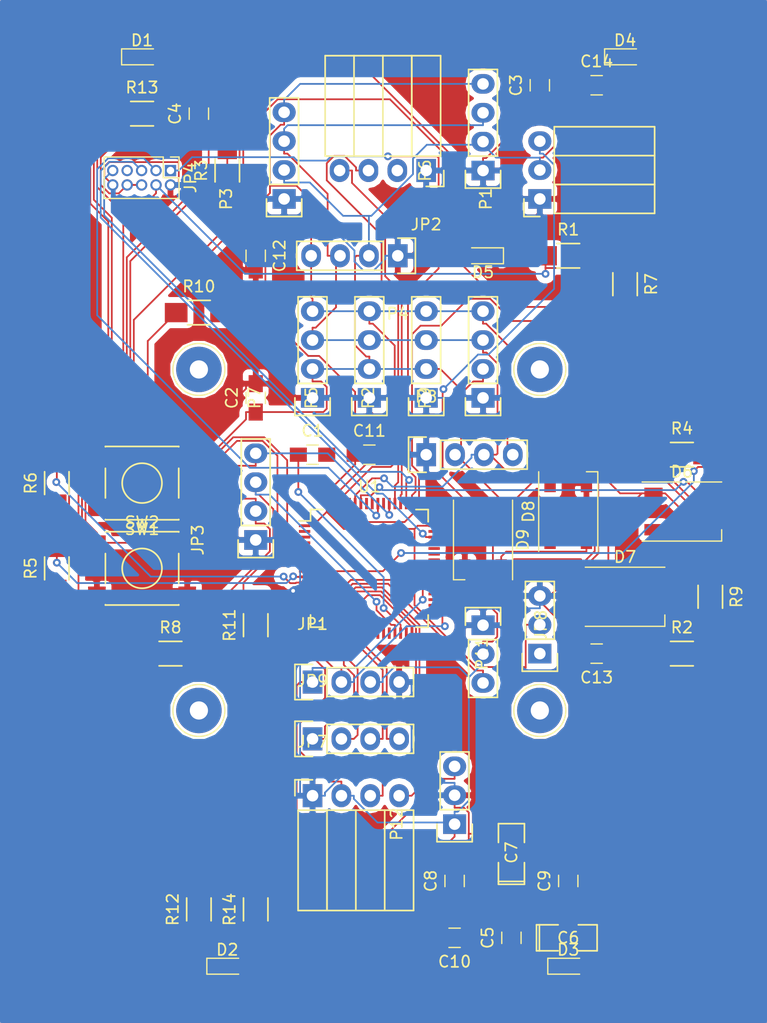
<source format=kicad_pcb>
(kicad_pcb (version 4) (host pcbnew 4.0.4-stable)
  (layers (0 F.Cu signal) (31 B.Cu signal) (34 B.Paste user) (35 F.Paste user) (36 B.SilkS user) (37 F.SilkS user) (38 B.Mask user) (39 F.Mask user) (44 Edge.Cuts user))
  (net 0 "")
  (net 1 "Net-(C1-Pad1)")
  (net 2 "Net-(C1-Pad2)")
  (net 3 /5V)
  (net 4 GND)
  (net 5 /3.3V)
  (net 6 /NRST)
  (net 7 "Net-(C10-Pad1)")
  (net 8 "Net-(D1-Pad2)")
  (net 9 "Net-(D1-Pad1)")
  (net 10 "Net-(D2-Pad2)")
  (net 11 "Net-(D3-Pad2)")
  (net 12 "Net-(D4-Pad2)")
  (net 13 "Net-(D5-Pad2)")
  (net 14 /DIN)
  (net 15 "Net-(D9-Pad2)")
  (net 16 "Net-(JP1-Pad2)")
  (net 17 /I2C2SCL)
  (net 18 /I2C2SDA)
  (net 19 /SWCLK)
  (net 20 /SWO)
  (net 21 /SWDIO)
  (net 22 "Net-(JP4-Pad7)")
  (net 23 /SDI)
  (net 24 /SDA)
  (net 25 /SCL)
  (net 26 /OUT)
  (net 27 /ENABLE)
  (net 28 "Net-(JP9-Pad1)")
  (net 29 "Net-(JP9-Pad2)")
  (net 30 "Net-(JP9-Pad3)")
  (net 31 "Net-(JP9-Pad4)")
  (net 32 /BOOT0)
  (net 33 /PC0)
  (net 34 /PC1)
  (net 35 /PC2)
  (net 36 /PC3)
  (net 37 "Net-(U1-Pad2)")
  (net 38 "Net-(U1-Pad3)")
  (net 39 "Net-(U1-Pad4)")
  (net 40 "Net-(U1-Pad5)")
  (net 41 "Net-(U1-Pad6)")
  (net 42 "Net-(U1-Pad17)")
  (net 43 "Net-(U1-Pad19)")
  (net 44 "Net-(U1-Pad24)")
  (net 45 "Net-(U1-Pad25)")
  (net 46 "Net-(U1-Pad26)")
  (net 47 "Net-(U1-Pad27)")
  (net 48 "Net-(U1-Pad28)")
  (net 49 "Net-(U1-Pad33)")
  (net 50 "Net-(U1-Pad34)")
  (net 51 "Net-(U1-Pad35)")
  (net 52 "Net-(U1-Pad36)")
  (net 53 "Net-(U1-Pad39)")
  (net 54 "Net-(U1-Pad40)")
  (net 55 "Net-(U1-Pad41)")
  (net 56 "Net-(U1-Pad42)")
  (net 57 "Net-(U1-Pad43)")
  (net 58 "Net-(U1-Pad44)")
  (net 59 "Net-(U1-Pad45)")
  (net 60 "Net-(U1-Pad54)")
  (net 61 "Net-(U1-Pad56)")
  (net 62 "Net-(U1-Pad57)")
  (net 63 "Net-(U1-Pad62)")
  (net 64 /PC11)
  (net 65 /PC10)
  (net 66 /DIN1)
  (net 67 /DIN2)
  (net 68 /DIN3)
  (net 69 "Net-(JP1-Pad1)")
  (net 70 "Net-(JP2-Pad2)")
  (net 71 "Net-(JP8-Pad3)")
  (net 72 "Net-(P11-Pad1)")
  (module Connect:1pin (layer F.Cu) (at 162.5 120)
    (fp_text reference REF** hide)
    (fp_text value 1pin hide)
    (pad 1 thru_hole circle (at 0 0) (size 4 4) (drill 1.6) (layers *.Cu *.Mask))
  )
  (module Connect:1pin (layer F.Cu) (at 132.5 120)
    (fp_text reference REF** hide)
    (fp_text value 1pin hide)
    (pad 1 thru_hole circle (at 0 0) (size 4 4) (drill 1.6) (layers *.Cu *.Mask))
  )
  (module Connect:1pin (layer F.Cu) (at 132.5 90)
    (fp_text reference REF** hide)
    (fp_text value 1pin hide)
    (pad 1 thru_hole circle (at 0 0) (size 4 4) (drill 1.6) (layers *.Cu *.Mask))
  )
  (module Capacitors_SMD:C_0805_HandSoldering (layer F.Cu) (at 142.5 97.5)
    (fp_text reference C1 (at 0 -2.1) (layer F.SilkS))
    (fp_text value 2.2nF)
    (pad 1 smd rect (at -1.25 0) (size 1.5 1.25) (layers F.Cu F.Paste F.Mask) (net 1 "Net-(C1-Pad1)"))
    (pad 2 smd rect (at 1.25 0) (size 1.5 1.25) (layers F.Cu F.Paste F.Mask) (net 2 "Net-(C1-Pad2)"))
  )
  (module Capacitors_SMD:C_0805_HandSoldering (layer F.Cu) (at 137.5 92.5 90)
    (fp_text reference C2 (at 0 -2.1 90) (layer F.SilkS))
    (fp_text value 0.1U)
    (pad 1 smd rect (at -1.25 0 90) (size 1.5 1.25) (layers F.Cu F.Paste F.Mask) (net 3 /5V))
    (pad 2 smd rect (at 1.25 0 90) (size 1.5 1.25) (layers F.Cu F.Paste F.Mask) (net 4 GND))
  )
  (module Capacitors_SMD:C_0805_HandSoldering (layer F.Cu) (at 162.5 65 90)
    (fp_text reference C3 (at 0 -2.1 90) (layer F.SilkS))
    (fp_text value 0.1U)
    (pad 1 smd rect (at -1.25 0 90) (size 1.5 1.25) (layers F.Cu F.Paste F.Mask) (net 3 /5V))
    (pad 2 smd rect (at 1.25 0 90) (size 1.5 1.25) (layers F.Cu F.Paste F.Mask) (net 4 GND))
  )
  (module Capacitors_SMD:C_0805_HandSoldering (layer F.Cu) (at 132.5 67.5 90)
    (fp_text reference C4 (at 0 -2.1 90) (layer F.SilkS))
    (fp_text value 10nF)
    (pad 1 smd rect (at -1.25 0 90) (size 1.5 1.25) (layers F.Cu F.Paste F.Mask) (net 4 GND))
    (pad 2 smd rect (at 1.25 0 90) (size 1.5 1.25) (layers F.Cu F.Paste F.Mask) (net 6 /NRST))
  )
  (module Capacitors_SMD:C_0805_HandSoldering (layer F.Cu) (at 160 140 90)
    (fp_text reference C5 (at 0 -2.1 90) (layer F.SilkS))
    (fp_text value 10nF)
    (pad 1 smd rect (at -1.25 0 90) (size 1.5 1.25) (layers F.Cu F.Paste F.Mask) (net 7 "Net-(C10-Pad1)"))
    (pad 2 smd rect (at 1.25 0 90) (size 1.5 1.25) (layers F.Cu F.Paste F.Mask) (net 4 GND))
  )
  (module SMD_Packages:SMD-1206_Pol (layer F.Cu) (at 165 140)
    (fp_text reference C6 (at 0 0) (layer F.SilkS))
    (fp_text value 1U)
    (pad 1 smd rect (at -1.651 0) (size 1.524 2.032) (layers F.Cu F.Paste F.Mask) (net 7 "Net-(C10-Pad1)"))
    (pad 2 smd rect (at 1.651 0) (size 1.524 2.032) (layers F.Cu F.Paste F.Mask) (net 4 GND))
  )
  (module SMD_Packages:SMD-1206_Pol (layer F.Cu) (at 160 132.5 90)
    (fp_text reference C7 (at 0 0 90) (layer F.SilkS))
    (fp_text value 4.7U)
    (pad 1 smd rect (at -1.651 0 90) (size 1.524 2.032) (layers F.Cu F.Paste F.Mask) (net 7 "Net-(C10-Pad1)"))
    (pad 2 smd rect (at 1.651 0 90) (size 1.524 2.032) (layers F.Cu F.Paste F.Mask) (net 4 GND))
  )
  (module Capacitors_SMD:C_0805_HandSoldering (layer F.Cu) (at 155 135 90)
    (fp_text reference C8 (at 0 -2.1 90) (layer F.SilkS))
    (fp_text value 0.1U)
    (pad 1 smd rect (at -1.25 0 90) (size 1.5 1.25) (layers F.Cu F.Paste F.Mask) (net 7 "Net-(C10-Pad1)"))
    (pad 2 smd rect (at 1.25 0 90) (size 1.5 1.25) (layers F.Cu F.Paste F.Mask) (net 4 GND))
  )
  (module Capacitors_SMD:C_0805_HandSoldering (layer F.Cu) (at 165 135 90)
    (fp_text reference C9 (at 0 -2.1 90) (layer F.SilkS))
    (fp_text value 0.1U)
    (pad 1 smd rect (at -1.25 0 90) (size 1.5 1.25) (layers F.Cu F.Paste F.Mask) (net 7 "Net-(C10-Pad1)"))
    (pad 2 smd rect (at 1.25 0 90) (size 1.5 1.25) (layers F.Cu F.Paste F.Mask) (net 4 GND))
  )
  (module Capacitors_SMD:C_0805_HandSoldering (layer F.Cu) (at 155 140 180)
    (fp_text reference C10 (at 0 -2.1 180) (layer F.SilkS))
    (fp_text value 0.1U)
    (pad 1 smd rect (at -1.25 0 180) (size 1.5 1.25) (layers F.Cu F.Paste F.Mask) (net 7 "Net-(C10-Pad1)"))
    (pad 2 smd rect (at 1.25 0 180) (size 1.5 1.25) (layers F.Cu F.Paste F.Mask) (net 4 GND))
  )
  (module Capacitors_SMD:C_0805_HandSoldering (layer F.Cu) (at 147.5 97.5)
    (fp_text reference C11 (at 0 -2.1) (layer F.SilkS))
    (fp_text value 0.1U)
    (pad 1 smd rect (at -1.25 0) (size 1.5 1.25) (layers F.Cu F.Paste F.Mask) (net 7 "Net-(C10-Pad1)"))
    (pad 2 smd rect (at 1.25 0) (size 1.5 1.25) (layers F.Cu F.Paste F.Mask) (net 4 GND))
  )
  (module Capacitors_SMD:C_0805_HandSoldering (layer F.Cu) (at 137.5 80 270)
    (fp_text reference C12 (at 0 -2.1 270) (layer F.SilkS))
    (fp_text value 0.1U)
    (pad 1 smd rect (at -1.25 0 270) (size 1.5 1.25) (layers F.Cu F.Paste F.Mask) (net 7 "Net-(C10-Pad1)"))
    (pad 2 smd rect (at 1.25 0 270) (size 1.5 1.25) (layers F.Cu F.Paste F.Mask) (net 4 GND))
  )
  (module Capacitors_SMD:C_0805_HandSoldering (layer F.Cu) (at 167.5 115 180)
    (fp_text reference C13 (at 0 -2.1 180) (layer F.SilkS))
    (fp_text value 0.1U)
    (pad 1 smd rect (at -1.25 0 180) (size 1.5 1.25) (layers F.Cu F.Paste F.Mask) (net 3 /5V))
    (pad 2 smd rect (at 1.25 0 180) (size 1.5 1.25) (layers F.Cu F.Paste F.Mask) (net 4 GND))
  )
  (module Capacitors_SMD:C_0805_HandSoldering (layer F.Cu) (at 167.5 65)
    (fp_text reference C14 (at 0 -2.1) (layer F.SilkS))
    (fp_text value 0.1U)
    (pad 1 smd rect (at -1.25 0) (size 1.5 1.25) (layers F.Cu F.Paste F.Mask) (net 3 /5V))
    (pad 2 smd rect (at 1.25 0) (size 1.5 1.25) (layers F.Cu F.Paste F.Mask) (net 4 GND))
  )
  (module LEDs:LED_0805 (layer F.Cu) (at 127.5 62.5)
    (fp_text reference D1 (at 0 -1.45) (layer F.SilkS))
    (fp_text value LED)
    (pad 2 smd rect (at 1.1 0 180) (size 1.2 1.2) (layers F.Cu F.Paste F.Mask) (net 8 "Net-(D1-Pad2)"))
    (pad 1 smd rect (at -1.1 0 180) (size 1.2 1.2) (layers F.Cu F.Paste F.Mask) (net 9 "Net-(D1-Pad1)"))
  )
  (module LEDs:LED_0805 (layer F.Cu) (at 135 142.5)
    (fp_text reference D2 (at 0 -1.45) (layer F.SilkS))
    (fp_text value LED)
    (pad 2 smd rect (at 1.1 0 180) (size 1.2 1.2) (layers F.Cu F.Paste F.Mask) (net 10 "Net-(D2-Pad2)"))
    (pad 1 smd rect (at -1.1 0 180) (size 1.2 1.2) (layers F.Cu F.Paste F.Mask) (net 4 GND))
  )
  (module LEDs:LED_0805 (layer F.Cu) (at 165 142.5)
    (fp_text reference D3 (at 0 -1.45) (layer F.SilkS))
    (fp_text value LED)
    (pad 2 smd rect (at 1.1 0 180) (size 1.2 1.2) (layers F.Cu F.Paste F.Mask) (net 11 "Net-(D3-Pad2)"))
    (pad 1 smd rect (at -1.1 0 180) (size 1.2 1.2) (layers F.Cu F.Paste F.Mask) (net 4 GND))
  )
  (module LEDs:LED_0805 (layer F.Cu) (at 170 62.5)
    (fp_text reference D4 (at 0 -1.45) (layer F.SilkS))
    (fp_text value LED)
    (pad 2 smd rect (at 1.1 0 180) (size 1.2 1.2) (layers F.Cu F.Paste F.Mask) (net 12 "Net-(D4-Pad2)"))
    (pad 1 smd rect (at -1.1 0 180) (size 1.2 1.2) (layers F.Cu F.Paste F.Mask) (net 4 GND))
  )
  (module LEDs:LED_0805 (layer F.Cu) (at 157.5 80 180)
    (fp_text reference D5 (at 0 -1.45 180) (layer F.SilkS))
    (fp_text value LED)
    (pad 2 smd rect (at 1.1 0) (size 1.2 1.2) (layers F.Cu F.Paste F.Mask) (net 13 "Net-(D5-Pad2)"))
    (pad 1 smd rect (at -1.1 0) (size 1.2 1.2) (layers F.Cu F.Paste F.Mask) (net 4 GND))
  )
  (module LEDs:LED_WS2812B-PLCC4 (layer F.Cu) (at 175 102.5)
    (fp_text reference D6 (at 0 -3.5) (layer F.SilkS))
    (fp_text value WS2812B)
    (pad 3 smd rect (at 2.5 1.6) (size 1.6 1) (layers F.Cu F.Paste F.Mask) (net 4 GND))
    (pad 4 smd rect (at 2.5 -1.6) (size 1.6 1) (layers F.Cu F.Paste F.Mask) (net 14 /DIN))
    (pad 2 smd rect (at -2.5 1.6) (size 1.6 1) (layers F.Cu F.Paste F.Mask) (net 66 /DIN1))
    (pad 1 smd rect (at -2.5 -1.6) (size 1.6 1) (layers F.Cu F.Paste F.Mask) (net 3 /5V))
  )
  (module LEDs:LED_WS2812B-PLCC4 (layer F.Cu) (at 170 110)
    (fp_text reference D7 (at 0 -3.5) (layer F.SilkS))
    (fp_text value WS2812B)
    (pad 3 smd rect (at 2.5 1.6) (size 1.6 1) (layers F.Cu F.Paste F.Mask) (net 4 GND))
    (pad 4 smd rect (at 2.5 -1.6) (size 1.6 1) (layers F.Cu F.Paste F.Mask) (net 66 /DIN1))
    (pad 2 smd rect (at -2.5 1.6) (size 1.6 1) (layers F.Cu F.Paste F.Mask) (net 67 /DIN2))
    (pad 1 smd rect (at -2.5 -1.6) (size 1.6 1) (layers F.Cu F.Paste F.Mask) (net 3 /5V))
  )
  (module LEDs:LED_WS2812B-PLCC4 (layer F.Cu) (at 165 102.5 90)
    (fp_text reference D8 (at 0 -3.5 90) (layer F.SilkS))
    (fp_text value WS2812B)
    (pad 3 smd rect (at 2.5 1.6 90) (size 1.6 1) (layers F.Cu F.Paste F.Mask) (net 4 GND))
    (pad 4 smd rect (at 2.5 -1.6 90) (size 1.6 1) (layers F.Cu F.Paste F.Mask) (net 67 /DIN2))
    (pad 2 smd rect (at -2.5 1.6 90) (size 1.6 1) (layers F.Cu F.Paste F.Mask) (net 68 /DIN3))
    (pad 1 smd rect (at -2.5 -1.6 90) (size 1.6 1) (layers F.Cu F.Paste F.Mask) (net 3 /5V))
  )
  (module LEDs:LED_WS2812B-PLCC4 (layer F.Cu) (at 157.5 105 270)
    (fp_text reference D9 (at 0 -3.5 270) (layer F.SilkS))
    (fp_text value WS2812B)
    (pad 3 smd rect (at 2.5 1.6 270) (size 1.6 1) (layers F.Cu F.Paste F.Mask) (net 4 GND))
    (pad 4 smd rect (at 2.5 -1.6 270) (size 1.6 1) (layers F.Cu F.Paste F.Mask) (net 68 /DIN3))
    (pad 2 smd rect (at -2.5 1.6 270) (size 1.6 1) (layers F.Cu F.Paste F.Mask) (net 15 "Net-(D9-Pad2)"))
    (pad 1 smd rect (at -2.5 -1.6 270) (size 1.6 1) (layers F.Cu F.Paste F.Mask) (net 3 /5V))
  )
  (module Socket_Strips:Socket_Strip_Straight_1x04 (layer F.Cu) (at 142.5 117.5)
    (fp_text reference JP1 (at 0 -5.1) (layer F.SilkS))
    (fp_text value OPTICAL-FLOW)
    (pad 1 thru_hole rect (at 0 0) (size 1.7272 2.032) (drill 1.016) (layers *.Cu *.Mask) (net 69 "Net-(JP1-Pad1)"))
    (pad 2 thru_hole oval (at 2.54 0) (size 1.7272 2.032) (drill 1.016) (layers *.Cu *.Mask) (net 16 "Net-(JP1-Pad2)"))
    (pad 3 thru_hole oval (at 5.08 0) (size 1.7272 2.032) (drill 1.016) (layers *.Cu *.Mask) (net 3 /5V))
    (pad 4 thru_hole oval (at 7.62 0) (size 1.7272 2.032) (drill 1.016) (layers *.Cu *.Mask) (net 4 GND))
  )
  (module Socket_Strips:Socket_Strip_Angled_1x04 (layer F.Cu) (at 152.5 72.5 180)
    (fp_text reference JP2 (at 0 -4.75 180) (layer F.SilkS))
    (fp_text value AUTOPILOT)
    (pad 1 thru_hole rect (at 0 0 180) (size 1.7272 2.032) (drill 1.016) (layers *.Cu *.Mask) (net 4 GND))
    (pad 2 thru_hole oval (at 2.54 0 180) (size 1.7272 2.032) (drill 1.016) (layers *.Cu *.Mask) (net 70 "Net-(JP2-Pad2)"))
    (pad 3 thru_hole oval (at 5.08 0 180) (size 1.7272 2.032) (drill 1.016) (layers *.Cu *.Mask) (net 64 /PC11))
    (pad 4 thru_hole oval (at 7.62 0 180) (size 1.7272 2.032) (drill 1.016) (layers *.Cu *.Mask) (net 65 /PC10))
  )
  (module Socket_Strips:Socket_Strip_Straight_1x04 (layer F.Cu) (at 137.5 105 90)
    (fp_text reference JP3 (at 0 -5.1 90) (layer F.SilkS))
    (fp_text value ILLUMINSENSORI2C2)
    (pad 1 thru_hole rect (at 0 0 90) (size 1.7272 2.032) (drill 1.016) (layers *.Cu *.Mask) (net 4 GND))
    (pad 2 thru_hole oval (at 2.54 0 90) (size 1.7272 2.032) (drill 1.016) (layers *.Cu *.Mask) (net 5 /3.3V))
    (pad 3 thru_hole oval (at 5.08 0 90) (size 1.7272 2.032) (drill 1.016) (layers *.Cu *.Mask) (net 17 /I2C2SCL))
    (pad 4 thru_hole oval (at 7.62 0 90) (size 1.7272 2.032) (drill 1.016) (layers *.Cu *.Mask) (net 18 /I2C2SDA))
  )
  (module Pin_Headers:Pin_Header_Straight_2x05_Pitch1.27mm (layer F.Cu) (at 130 72.5 270)
    (fp_text reference JP4 (at 0.635 -1.755 270) (layer F.SilkS))
    (fp_text value JTAG)
    (pad 1 thru_hole rect (at 0 0 270) (size 1 1) (drill 0.65) (layers *.Cu *.Mask) (net 19 /SWCLK))
    (pad 2 thru_hole oval (at 1.27 0 270) (size 1 1) (drill 0.65) (layers *.Cu *.Mask) (net 4 GND))
    (pad 3 thru_hole oval (at 0 1.27 270) (size 1 1) (drill 0.65) (layers *.Cu *.Mask) (net 20 /SWO))
    (pad 4 thru_hole oval (at 1.27 1.27 270) (size 1 1) (drill 0.65) (layers *.Cu *.Mask) (net 5 /3.3V))
    (pad 5 thru_hole oval (at 0 2.54 270) (size 1 1) (drill 0.65) (layers *.Cu *.Mask) (net 21 /SWDIO))
    (pad 6 thru_hole oval (at 1.27 2.54 270) (size 1 1) (drill 0.65) (layers *.Cu *.Mask) (net 6 /NRST))
    (pad 7 thru_hole oval (at 0 3.81 270) (size 1 1) (drill 0.65) (layers *.Cu *.Mask) (net 22 "Net-(JP4-Pad7)"))
    (pad 8 thru_hole oval (at 1.27 3.81 270) (size 1 1) (drill 0.65) (layers *.Cu *.Mask) (net 6 /NRST))
    (pad 9 thru_hole oval (at 0 5.08 270) (size 1 1) (drill 0.65) (layers *.Cu *.Mask) (net 23 /SDI))
    (pad 10 thru_hole oval (at 1.27 5.08 270) (size 1 1) (drill 0.65) (layers *.Cu *.Mask) (net 4 GND))
  )
  (module Socket_Strips:Socket_Strip_Angled_1x04 (layer F.Cu) (at 142.5 127.5)
    (fp_text reference JP7 (at 0 -4.75) (layer F.SilkS))
    (fp_text value "IR DISTANCE")
    (pad 1 thru_hole rect (at 0 0) (size 1.7272 2.032) (drill 1.016) (layers *.Cu *.Mask) (net 4 GND))
    (pad 2 thru_hole oval (at 2.54 0) (size 1.7272 2.032) (drill 1.016) (layers *.Cu *.Mask) (net 3 /5V))
    (pad 3 thru_hole oval (at 5.08 0) (size 1.7272 2.032) (drill 1.016) (layers *.Cu *.Mask) (net 26 /OUT))
    (pad 4 thru_hole oval (at 7.62 0) (size 1.7272 2.032) (drill 1.016) (layers *.Cu *.Mask) (net 27 /ENABLE))
  )
  (module Socket_Strips:Socket_Strip_Straight_1x03 (layer F.Cu) (at 157.5 112.5 270)
    (fp_text reference JP8 (at 0 -5.1 270) (layer F.SilkS))
    (fp_text value "CURENT SENSOR")
    (pad 1 thru_hole rect (at 0 0 270) (size 1.7272 2.032) (drill 1.016) (layers *.Cu *.Mask) (net 4 GND))
    (pad 2 thru_hole oval (at 2.54 0 270) (size 1.7272 2.032) (drill 1.016) (layers *.Cu *.Mask) (net 3 /5V))
    (pad 3 thru_hole oval (at 5.08 0 270) (size 1.7272 2.032) (drill 1.016) (layers *.Cu *.Mask) (net 71 "Net-(JP8-Pad3)"))
  )
  (module Socket_Strips:Socket_Strip_Straight_1x04 (layer F.Cu) (at 142.5 122.5)
    (fp_text reference JP9 (at 0 -5.1) (layer F.SilkS))
    (fp_text value "RANGING SENSOR")
    (pad 1 thru_hole rect (at 0 0) (size 1.7272 2.032) (drill 1.016) (layers *.Cu *.Mask) (net 28 "Net-(JP9-Pad1)"))
    (pad 2 thru_hole oval (at 2.54 0) (size 1.7272 2.032) (drill 1.016) (layers *.Cu *.Mask) (net 29 "Net-(JP9-Pad2)"))
    (pad 3 thru_hole oval (at 5.08 0) (size 1.7272 2.032) (drill 1.016) (layers *.Cu *.Mask) (net 30 "Net-(JP9-Pad3)"))
    (pad 4 thru_hole oval (at 7.62 0) (size 1.7272 2.032) (drill 1.016) (layers *.Cu *.Mask) (net 31 "Net-(JP9-Pad4)"))
  )
  (module Socket_Strips:Socket_Strip_Angled_1x03 (layer F.Cu) (at 162.5 75 90)
    (fp_text reference P1 (at 0 -4.75 90) (layer F.SilkS))
    (fp_text value "CONN WS2812")
    (pad 1 thru_hole rect (at 0 0 90) (size 1.7272 2.032) (drill 1.016) (layers *.Cu *.Mask) (net 4 GND))
    (pad 2 thru_hole oval (at 2.54 0 90) (size 1.7272 2.032) (drill 1.016) (layers *.Cu *.Mask) (net 3 /5V))
    (pad 3 thru_hole oval (at 5.08 0 90) (size 1.7272 2.032) (drill 1.016) (layers *.Cu *.Mask) (net 15 "Net-(D9-Pad2)"))
  )
  (module Socket_Strips:Socket_Strip_Straight_1x04 (layer F.Cu) (at 152.5 92.5 90)
    (fp_text reference P2 (at 0 -5.1 90) (layer F.SilkS))
    (fp_text value I2C-SONAR)
    (pad 1 thru_hole rect (at 0 0 90) (size 1.7272 2.032) (drill 1.016) (layers *.Cu *.Mask) (net 4 GND))
    (pad 2 thru_hole oval (at 2.54 0 90) (size 1.7272 2.032) (drill 1.016) (layers *.Cu *.Mask) (net 3 /5V))
    (pad 3 thru_hole oval (at 5.08 0 90) (size 1.7272 2.032) (drill 1.016) (layers *.Cu *.Mask) (net 24 /SDA))
    (pad 4 thru_hole oval (at 7.62 0 90) (size 1.7272 2.032) (drill 1.016) (layers *.Cu *.Mask) (net 25 /SCL))
  )
  (module Socket_Strips:Socket_Strip_Straight_1x04 (layer F.Cu) (at 140 75 90)
    (fp_text reference P3 (at 0 -5.1 90) (layer F.SilkS))
    (fp_text value I2C-SONAR)
    (pad 1 thru_hole rect (at 0 0 90) (size 1.7272 2.032) (drill 1.016) (layers *.Cu *.Mask) (net 4 GND))
    (pad 2 thru_hole oval (at 2.54 0 90) (size 1.7272 2.032) (drill 1.016) (layers *.Cu *.Mask) (net 3 /5V))
    (pad 3 thru_hole oval (at 5.08 0 90) (size 1.7272 2.032) (drill 1.016) (layers *.Cu *.Mask) (net 24 /SDA))
    (pad 4 thru_hole oval (at 7.62 0 90) (size 1.7272 2.032) (drill 1.016) (layers *.Cu *.Mask) (net 25 /SCL))
  )
  (module Socket_Strips:Socket_Strip_Straight_1x04 (layer F.Cu) (at 150 80 180)
    (fp_text reference P4 (at 0 -5.1 180) (layer F.SilkS))
    (fp_text value I2C-SONAR)
    (pad 1 thru_hole rect (at 0 0 180) (size 1.7272 2.032) (drill 1.016) (layers *.Cu *.Mask) (net 4 GND))
    (pad 2 thru_hole oval (at 2.54 0 180) (size 1.7272 2.032) (drill 1.016) (layers *.Cu *.Mask) (net 3 /5V))
    (pad 3 thru_hole oval (at 5.08 0 180) (size 1.7272 2.032) (drill 1.016) (layers *.Cu *.Mask) (net 24 /SDA))
    (pad 4 thru_hole oval (at 7.62 0 180) (size 1.7272 2.032) (drill 1.016) (layers *.Cu *.Mask) (net 25 /SCL))
  )
  (module Socket_Strips:Socket_Strip_Straight_1x04 (layer F.Cu) (at 147.5 92.5 90)
    (fp_text reference P5 (at 0 -5.1 90) (layer F.SilkS))
    (fp_text value I2C-SONAR)
    (pad 1 thru_hole rect (at 0 0 90) (size 1.7272 2.032) (drill 1.016) (layers *.Cu *.Mask) (net 4 GND))
    (pad 2 thru_hole oval (at 2.54 0 90) (size 1.7272 2.032) (drill 1.016) (layers *.Cu *.Mask) (net 3 /5V))
    (pad 3 thru_hole oval (at 5.08 0 90) (size 1.7272 2.032) (drill 1.016) (layers *.Cu *.Mask) (net 24 /SDA))
    (pad 4 thru_hole oval (at 7.62 0 90) (size 1.7272 2.032) (drill 1.016) (layers *.Cu *.Mask) (net 25 /SCL))
  )
  (module Socket_Strips:Socket_Strip_Straight_1x04 (layer F.Cu) (at 157.5 72.5 90)
    (fp_text reference P6 (at 0 -5.1 90) (layer F.SilkS))
    (fp_text value I2C-SONAR)
    (pad 1 thru_hole rect (at 0 0 90) (size 1.7272 2.032) (drill 1.016) (layers *.Cu *.Mask) (net 4 GND))
    (pad 2 thru_hole oval (at 2.54 0 90) (size 1.7272 2.032) (drill 1.016) (layers *.Cu *.Mask) (net 3 /5V))
    (pad 3 thru_hole oval (at 5.08 0 90) (size 1.7272 2.032) (drill 1.016) (layers *.Cu *.Mask) (net 24 /SDA))
    (pad 4 thru_hole oval (at 7.62 0 90) (size 1.7272 2.032) (drill 1.016) (layers *.Cu *.Mask) (net 25 /SCL))
  )
  (module Socket_Strips:Socket_Strip_Straight_1x04 (layer F.Cu) (at 142.5 92.5 90)
    (fp_text reference P7 (at 0 -5.1 90) (layer F.SilkS))
    (fp_text value I2C-SONAR)
    (pad 1 thru_hole rect (at 0 0 90) (size 1.7272 2.032) (drill 1.016) (layers *.Cu *.Mask) (net 4 GND))
    (pad 2 thru_hole oval (at 2.54 0 90) (size 1.7272 2.032) (drill 1.016) (layers *.Cu *.Mask) (net 3 /5V))
    (pad 3 thru_hole oval (at 5.08 0 90) (size 1.7272 2.032) (drill 1.016) (layers *.Cu *.Mask) (net 24 /SDA))
    (pad 4 thru_hole oval (at 7.62 0 90) (size 1.7272 2.032) (drill 1.016) (layers *.Cu *.Mask) (net 25 /SCL))
  )
  (module Socket_Strips:Socket_Strip_Straight_1x04 (layer F.Cu) (at 152.5 97.5)
    (fp_text reference P8 (at 0 -5.1) (layer F.SilkS))
    (fp_text value I2C-SONAR)
    (pad 1 thru_hole rect (at 0 0) (size 1.7272 2.032) (drill 1.016) (layers *.Cu *.Mask) (net 4 GND))
    (pad 2 thru_hole oval (at 2.54 0) (size 1.7272 2.032) (drill 1.016) (layers *.Cu *.Mask) (net 3 /5V))
    (pad 3 thru_hole oval (at 5.08 0) (size 1.7272 2.032) (drill 1.016) (layers *.Cu *.Mask) (net 24 /SDA))
    (pad 4 thru_hole oval (at 7.62 0) (size 1.7272 2.032) (drill 1.016) (layers *.Cu *.Mask) (net 25 /SCL))
  )
  (module Socket_Strips:Socket_Strip_Straight_1x04 (layer F.Cu) (at 157.5 92.5 90)
    (fp_text reference P9 (at 0 -5.1 90) (layer F.SilkS))
    (fp_text value I2C-SONAR)
    (pad 1 thru_hole rect (at 0 0 90) (size 1.7272 2.032) (drill 1.016) (layers *.Cu *.Mask) (net 4 GND))
    (pad 2 thru_hole oval (at 2.54 0 90) (size 1.7272 2.032) (drill 1.016) (layers *.Cu *.Mask) (net 3 /5V))
    (pad 3 thru_hole oval (at 5.08 0 90) (size 1.7272 2.032) (drill 1.016) (layers *.Cu *.Mask) (net 24 /SDA))
    (pad 4 thru_hole oval (at 7.62 0 90) (size 1.7272 2.032) (drill 1.016) (layers *.Cu *.Mask) (net 25 /SCL))
  )
  (module Socket_Strips:Socket_Strip_Straight_1x03 (layer F.Cu) (at 162.5 115 90)
    (fp_text reference P11 (at 0 -5.1 90) (layer F.SilkS))
    (fp_text value "voltage conn")
    (pad 1 thru_hole rect (at 0 0 90) (size 1.7272 2.032) (drill 1.016) (layers *.Cu *.Mask) (net 72 "Net-(P11-Pad1)"))
    (pad 2 thru_hole oval (at 2.54 0 90) (size 1.7272 2.032) (drill 1.016) (layers *.Cu *.Mask) (net 7 "Net-(C10-Pad1)"))
    (pad 3 thru_hole oval (at 5.08 0 90) (size 1.7272 2.032) (drill 1.016) (layers *.Cu *.Mask) (net 4 GND))
  )
  (module Socket_Strips:Socket_Strip_Straight_1x03 (layer F.Cu) (at 155 130 90)
    (fp_text reference P12 (at 0 -5.1 90) (layer F.SilkS))
    (fp_text value "voltage connector")
    (pad 1 thru_hole rect (at 0 0 90) (size 1.7272 2.032) (drill 1.016) (layers *.Cu *.Mask) (net 3 /5V))
    (pad 2 thru_hole oval (at 2.54 0 90) (size 1.7272 2.032) (drill 1.016) (layers *.Cu *.Mask) (net 4 GND))
    (pad 3 thru_hole oval (at 5.08 0 90) (size 1.7272 2.032) (drill 1.016) (layers *.Cu *.Mask) (net 5 /3.3V))
  )
  (module Resistors_SMD:R_1206_HandSoldering (layer F.Cu) (at 165 80)
    (fp_text reference R1 (at 0 -2.3) (layer F.SilkS))
    (fp_text value 4.7KE)
    (pad 1 smd rect (at -2 0) (size 2 1.7) (layers F.Cu F.Paste F.Mask) (net 5 /3.3V))
    (pad 2 smd rect (at 2 0) (size 2 1.7) (layers F.Cu F.Paste F.Mask) (net 32 /BOOT0))
  )
  (module Resistors_SMD:R_1206_HandSoldering (layer F.Cu) (at 175 115)
    (fp_text reference R2 (at 0 -2.3) (layer F.SilkS))
    (fp_text value 4.7KE)
    (pad 1 smd rect (at -2 0) (size 2 1.7) (layers F.Cu F.Paste F.Mask) (net 4 GND))
    (pad 2 smd rect (at 2 0) (size 2 1.7) (layers F.Cu F.Paste F.Mask) (net 32 /BOOT0))
  )
  (module Resistors_SMD:R_1206_HandSoldering (layer F.Cu) (at 135 72.5 90)
    (fp_text reference R3 (at 0 -2.3 90) (layer F.SilkS))
    (fp_text value 470E)
    (pad 1 smd rect (at -2 0 90) (size 2 1.7) (layers F.Cu F.Paste F.Mask) (net 8 "Net-(D1-Pad2)"))
    (pad 2 smd rect (at 2 0 90) (size 2 1.7) (layers F.Cu F.Paste F.Mask) (net 33 /PC0))
  )
  (module Resistors_SMD:R_1206_HandSoldering (layer F.Cu) (at 175 97.5)
    (fp_text reference R4 (at 0 -2.3) (layer F.SilkS))
    (fp_text value 470E)
    (pad 1 smd rect (at -2 0) (size 2 1.7) (layers F.Cu F.Paste F.Mask) (net 10 "Net-(D2-Pad2)"))
    (pad 2 smd rect (at 2 0) (size 2 1.7) (layers F.Cu F.Paste F.Mask) (net 34 /PC1))
  )
  (module Resistors_SMD:R_1206_HandSoldering (layer F.Cu) (at 120 107.5 90)
    (fp_text reference R5 (at 0 -2.3 90) (layer F.SilkS))
    (fp_text value 470E)
    (pad 1 smd rect (at -2 0 90) (size 2 1.7) (layers F.Cu F.Paste F.Mask) (net 11 "Net-(D3-Pad2)"))
    (pad 2 smd rect (at 2 0 90) (size 2 1.7) (layers F.Cu F.Paste F.Mask) (net 35 /PC2))
  )
  (module Resistors_SMD:R_1206_HandSoldering (layer F.Cu) (at 120 100 90)
    (fp_text reference R6 (at 0 -2.3 90) (layer F.SilkS))
    (fp_text value 470E)
    (pad 1 smd rect (at -2 0 90) (size 2 1.7) (layers F.Cu F.Paste F.Mask) (net 12 "Net-(D4-Pad2)"))
    (pad 2 smd rect (at 2 0 90) (size 2 1.7) (layers F.Cu F.Paste F.Mask) (net 36 /PC3))
  )
  (module Resistors_SMD:R_1206_HandSoldering (layer F.Cu) (at 170 82.5 270)
    (fp_text reference R7 (at 0 -2.3 270) (layer F.SilkS))
    (fp_text value 10KE)
    (pad 1 smd rect (at -2 0 270) (size 2 1.7) (layers F.Cu F.Paste F.Mask) (net 5 /3.3V))
    (pad 2 smd rect (at 2 0 270) (size 2 1.7) (layers F.Cu F.Paste F.Mask) (net 6 /NRST))
  )
  (module Resistors_SMD:R_1206_HandSoldering (layer F.Cu) (at 130 115)
    (fp_text reference R8 (at 0 -2.3) (layer F.SilkS))
    (fp_text value 470E)
    (pad 1 smd rect (at -2 0) (size 2 1.7) (layers F.Cu F.Paste F.Mask) (net 13 "Net-(D5-Pad2)"))
    (pad 2 smd rect (at 2 0) (size 2 1.7) (layers F.Cu F.Paste F.Mask) (net 5 /3.3V))
  )
  (module Resistors_SMD:R_1206_HandSoldering (layer F.Cu) (at 177.5 110 270)
    (fp_text reference R9 (at 0 -2.3 270) (layer F.SilkS))
    (fp_text value 4.7KE)
    (pad 1 smd rect (at -2 0 270) (size 2 1.7) (layers F.Cu F.Paste F.Mask) (net 3 /5V))
    (pad 2 smd rect (at 2 0 270) (size 2 1.7) (layers F.Cu F.Paste F.Mask) (net 24 /SDA))
  )
  (module Resistors_SMD:R_1206_HandSoldering (layer F.Cu) (at 132.5 85)
    (fp_text reference R10 (at 0 -2.3) (layer F.SilkS))
    (fp_text value 4.7KE)
    (pad 1 smd rect (at -2 0) (size 2 1.7) (layers F.Cu F.Paste F.Mask) (net 3 /5V))
    (pad 2 smd rect (at 2 0) (size 2 1.7) (layers F.Cu F.Paste F.Mask) (net 25 /SCL))
  )
  (module Resistors_SMD:R_1206_HandSoldering (layer F.Cu) (at 137.5 112.5 90)
    (fp_text reference R11 (at 0 -2.3 90) (layer F.SilkS))
    (fp_text value 4.7KE)
    (pad 1 smd rect (at -2 0 90) (size 2 1.7) (layers F.Cu F.Paste F.Mask) (net 3 /5V))
    (pad 2 smd rect (at 2 0 90) (size 2 1.7) (layers F.Cu F.Paste F.Mask) (net 16 "Net-(JP1-Pad2)"))
  )
  (module Resistors_SMD:R_1206_HandSoldering (layer F.Cu) (at 132.5 137.5 90)
    (fp_text reference R12 (at 0 -2.3 90) (layer F.SilkS))
    (fp_text value 4.7KE)
    (pad 1 smd rect (at -2 0 90) (size 2 1.7) (layers F.Cu F.Paste F.Mask) (net 3 /5V))
    (pad 2 smd rect (at 2 0 90) (size 2 1.7) (layers F.Cu F.Paste F.Mask) (net 69 "Net-(JP1-Pad1)"))
  )
  (module Resistors_SMD:R_1206_HandSoldering (layer F.Cu) (at 127.5 67.5)
    (fp_text reference R13 (at 0 -2.3) (layer F.SilkS))
    (fp_text value 4.7KE)
    (pad 1 smd rect (at -2 0) (size 2 1.7) (layers F.Cu F.Paste F.Mask) (net 5 /3.3V))
    (pad 2 smd rect (at 2 0) (size 2 1.7) (layers F.Cu F.Paste F.Mask) (net 18 /I2C2SDA))
  )
  (module Resistors_SMD:R_1206_HandSoldering (layer F.Cu) (at 137.5 137.5 90)
    (fp_text reference R14 (at 0 -2.3 90) (layer F.SilkS))
    (fp_text value 4.7KE)
    (pad 1 smd rect (at -2 0 90) (size 2 1.7) (layers F.Cu F.Paste F.Mask) (net 5 /3.3V))
    (pad 2 smd rect (at 2 0 90) (size 2 1.7) (layers F.Cu F.Paste F.Mask) (net 17 /I2C2SCL))
  )
  (module Buttons_Switches_SMD:SW_SPST_PTS645 (layer F.Cu) (at 127.5 100 180)
    (fp_text reference SW1 (at 0 -4.05 180) (layer F.SilkS))
    (fp_text value SW_PUSH)
    (pad 2 smd rect (at -3.975 2.25 180) (size 1.55 1.3) (layers F.Cu F.Paste F.Mask) (net 4 GND))
    (pad 1 smd rect (at -3.975 -2.25 180) (size 1.55 1.3) (layers F.Cu F.Paste F.Mask) (net 6 /NRST))
    (pad 1 smd rect (at 3.975 -2.25 180) (size 1.55 1.3) (layers F.Cu F.Paste F.Mask) (net 6 /NRST))
    (pad 2 smd rect (at 3.975 2.25 180) (size 1.55 1.3) (layers F.Cu F.Paste F.Mask) (net 4 GND))
  )
  (module Buttons_Switches_SMD:SW_SPST_PTS645 (layer F.Cu) (at 127.5 107.5)
    (fp_text reference SW2 (at 0 -4.05) (layer F.SilkS))
    (fp_text value SW_PUSH)
    (pad 2 smd rect (at -3.975 2.25) (size 1.55 1.3) (layers F.Cu F.Paste F.Mask) (net 4 GND))
    (pad 1 smd rect (at -3.975 -2.25) (size 1.55 1.3) (layers F.Cu F.Paste F.Mask) (net 9 "Net-(D1-Pad1)"))
    (pad 1 smd rect (at 3.975 -2.25) (size 1.55 1.3) (layers F.Cu F.Paste F.Mask) (net 9 "Net-(D1-Pad1)"))
    (pad 2 smd rect (at 3.975 2.25) (size 1.55 1.3) (layers F.Cu F.Paste F.Mask) (net 4 GND))
  )
  (module Housings_QFP:LQFP-64_10x10mm_Pitch0.5mm (layer F.Cu) (at 147.5 107.5)
    (fp_text reference U1 (at 0 -7.2) (layer F.SilkS))
    (fp_text value STM32F446RETx)
    (pad 1 smd rect (at -5.7 -3.75) (size 1 0.25) (layers F.Cu F.Paste F.Mask) (net 7 "Net-(C10-Pad1)"))
    (pad 2 smd rect (at -5.7 -3.25) (size 1 0.25) (layers F.Cu F.Paste F.Mask) (net 37 "Net-(U1-Pad2)"))
    (pad 3 smd rect (at -5.7 -2.75) (size 1 0.25) (layers F.Cu F.Paste F.Mask) (net 38 "Net-(U1-Pad3)"))
    (pad 4 smd rect (at -5.7 -2.25) (size 1 0.25) (layers F.Cu F.Paste F.Mask) (net 39 "Net-(U1-Pad4)"))
    (pad 5 smd rect (at -5.7 -1.75) (size 1 0.25) (layers F.Cu F.Paste F.Mask) (net 40 "Net-(U1-Pad5)"))
    (pad 6 smd rect (at -5.7 -1.25) (size 1 0.25) (layers F.Cu F.Paste F.Mask) (net 41 "Net-(U1-Pad6)"))
    (pad 7 smd rect (at -5.7 -0.75) (size 1 0.25) (layers F.Cu F.Paste F.Mask) (net 6 /NRST))
    (pad 8 smd rect (at -5.7 -0.25) (size 1 0.25) (layers F.Cu F.Paste F.Mask) (net 33 /PC0))
    (pad 9 smd rect (at -5.7 0.25) (size 1 0.25) (layers F.Cu F.Paste F.Mask) (net 34 /PC1))
    (pad 10 smd rect (at -5.7 0.75) (size 1 0.25) (layers F.Cu F.Paste F.Mask) (net 35 /PC2))
    (pad 11 smd rect (at -5.7 1.25) (size 1 0.25) (layers F.Cu F.Paste F.Mask) (net 36 /PC3))
    (pad 12 smd rect (at -5.7 1.75) (size 1 0.25) (layers F.Cu F.Paste F.Mask) (net 4 GND))
    (pad 13 smd rect (at -5.7 2.25) (size 1 0.25) (layers F.Cu F.Paste F.Mask) (net 7 "Net-(C10-Pad1)"))
    (pad 14 smd rect (at -5.7 2.75) (size 1 0.25) (layers F.Cu F.Paste F.Mask) (net 26 /OUT))
    (pad 15 smd rect (at -5.7 3.25) (size 1 0.25) (layers F.Cu F.Paste F.Mask) (net 27 /ENABLE))
    (pad 16 smd rect (at -5.7 3.75) (size 1 0.25) (layers F.Cu F.Paste F.Mask) (net 71 "Net-(JP8-Pad3)"))
    (pad 17 smd rect (at -3.75 5.7 90) (size 1 0.25) (layers F.Cu F.Paste F.Mask) (net 42 "Net-(U1-Pad17)"))
    (pad 18 smd rect (at -3.25 5.7 90) (size 1 0.25) (layers F.Cu F.Paste F.Mask) (net 4 GND))
    (pad 19 smd rect (at -2.75 5.7 90) (size 1 0.25) (layers F.Cu F.Paste F.Mask) (net 43 "Net-(U1-Pad19)"))
    (pad 20 smd rect (at -2.25 5.7 90) (size 1 0.25) (layers F.Cu F.Paste F.Mask) (net 28 "Net-(JP9-Pad1)"))
    (pad 21 smd rect (at -1.75 5.7 90) (size 1 0.25) (layers F.Cu F.Paste F.Mask) (net 29 "Net-(JP9-Pad2)"))
    (pad 22 smd rect (at -1.25 5.7 90) (size 1 0.25) (layers F.Cu F.Paste F.Mask) (net 30 "Net-(JP9-Pad3)"))
    (pad 23 smd rect (at -0.75 5.7 90) (size 1 0.25) (layers F.Cu F.Paste F.Mask) (net 31 "Net-(JP9-Pad4)"))
    (pad 24 smd rect (at -0.25 5.7 90) (size 1 0.25) (layers F.Cu F.Paste F.Mask) (net 44 "Net-(U1-Pad24)"))
    (pad 25 smd rect (at 0.25 5.7 90) (size 1 0.25) (layers F.Cu F.Paste F.Mask) (net 45 "Net-(U1-Pad25)"))
    (pad 26 smd rect (at 0.75 5.7 90) (size 1 0.25) (layers F.Cu F.Paste F.Mask) (net 46 "Net-(U1-Pad26)"))
    (pad 27 smd rect (at 1.25 5.7 90) (size 1 0.25) (layers F.Cu F.Paste F.Mask) (net 47 "Net-(U1-Pad27)"))
    (pad 28 smd rect (at 1.75 5.7 90) (size 1 0.25) (layers F.Cu F.Paste F.Mask) (net 48 "Net-(U1-Pad28)"))
    (pad 29 smd rect (at 2.25 5.7 90) (size 1 0.25) (layers F.Cu F.Paste F.Mask) (net 17 /I2C2SCL))
    (pad 30 smd rect (at 2.75 5.7 90) (size 1 0.25) (layers F.Cu F.Paste F.Mask) (net 1 "Net-(C1-Pad1)"))
    (pad 31 smd rect (at 3.25 5.7 90) (size 1 0.25) (layers F.Cu F.Paste F.Mask) (net 4 GND))
    (pad 32 smd rect (at 3.75 5.7 90) (size 1 0.25) (layers F.Cu F.Paste F.Mask) (net 43 "Net-(U1-Pad19)"))
    (pad 33 smd rect (at 5.7 3.75) (size 1 0.25) (layers F.Cu F.Paste F.Mask) (net 49 "Net-(U1-Pad33)"))
    (pad 34 smd rect (at 5.7 3.25) (size 1 0.25) (layers F.Cu F.Paste F.Mask) (net 50 "Net-(U1-Pad34)"))
    (pad 35 smd rect (at 5.7 2.75) (size 1 0.25) (layers F.Cu F.Paste F.Mask) (net 51 "Net-(U1-Pad35)"))
    (pad 36 smd rect (at 5.7 2.25) (size 1 0.25) (layers F.Cu F.Paste F.Mask) (net 52 "Net-(U1-Pad36)"))
    (pad 37 smd rect (at 5.7 1.75) (size 1 0.25) (layers F.Cu F.Paste F.Mask) (net 16 "Net-(JP1-Pad2)"))
    (pad 38 smd rect (at 5.7 1.25) (size 1 0.25) (layers F.Cu F.Paste F.Mask) (net 69 "Net-(JP1-Pad1)"))
    (pad 39 smd rect (at 5.7 0.75) (size 1 0.25) (layers F.Cu F.Paste F.Mask) (net 53 "Net-(U1-Pad39)"))
    (pad 40 smd rect (at 5.7 0.25) (size 1 0.25) (layers F.Cu F.Paste F.Mask) (net 54 "Net-(U1-Pad40)"))
    (pad 41 smd rect (at 5.7 -0.25) (size 1 0.25) (layers F.Cu F.Paste F.Mask) (net 55 "Net-(U1-Pad41)"))
    (pad 42 smd rect (at 5.7 -0.75) (size 1 0.25) (layers F.Cu F.Paste F.Mask) (net 56 "Net-(U1-Pad42)"))
    (pad 43 smd rect (at 5.7 -1.25) (size 1 0.25) (layers F.Cu F.Paste F.Mask) (net 57 "Net-(U1-Pad43)"))
    (pad 44 smd rect (at 5.7 -1.75) (size 1 0.25) (layers F.Cu F.Paste F.Mask) (net 58 "Net-(U1-Pad44)"))
    (pad 45 smd rect (at 5.7 -2.25) (size 1 0.25) (layers F.Cu F.Paste F.Mask) (net 59 "Net-(U1-Pad45)"))
    (pad 46 smd rect (at 5.7 -2.75) (size 1 0.25) (layers F.Cu F.Paste F.Mask) (net 21 /SWDIO))
    (pad 47 smd rect (at 5.7 -3.25) (size 1 0.25) (layers F.Cu F.Paste F.Mask) (net 4 GND))
    (pad 48 smd rect (at 5.7 -3.75) (size 1 0.25) (layers F.Cu F.Paste F.Mask) (net 7 "Net-(C10-Pad1)"))
    (pad 49 smd rect (at 3.75 -5.7 90) (size 1 0.25) (layers F.Cu F.Paste F.Mask) (net 19 /SWCLK))
    (pad 50 smd rect (at 3.25 -5.7 90) (size 1 0.25) (layers F.Cu F.Paste F.Mask) (net 23 /SDI))
    (pad 51 smd rect (at 2.75 -5.7 90) (size 1 0.25) (layers F.Cu F.Paste F.Mask) (net 65 /PC10))
    (pad 52 smd rect (at 2.25 -5.7 90) (size 1 0.25) (layers F.Cu F.Paste F.Mask) (net 64 /PC11))
    (pad 53 smd rect (at 1.75 -5.7 90) (size 1 0.25) (layers F.Cu F.Paste F.Mask) (net 18 /I2C2SDA))
    (pad 54 smd rect (at 1.25 -5.7 90) (size 1 0.25) (layers F.Cu F.Paste F.Mask) (net 60 "Net-(U1-Pad54)"))
    (pad 55 smd rect (at 0.75 -5.7 90) (size 1 0.25) (layers F.Cu F.Paste F.Mask) (net 20 /SWO))
    (pad 56 smd rect (at 0.25 -5.7 90) (size 1 0.25) (layers F.Cu F.Paste F.Mask) (net 61 "Net-(U1-Pad56)"))
    (pad 57 smd rect (at -0.25 -5.7 90) (size 1 0.25) (layers F.Cu F.Paste F.Mask) (net 62 "Net-(U1-Pad57)"))
    (pad 58 smd rect (at -0.75 -5.7 90) (size 1 0.25) (layers F.Cu F.Paste F.Mask) (net 14 /DIN))
    (pad 59 smd rect (at -1.25 -5.7 90) (size 1 0.25) (layers F.Cu F.Paste F.Mask) (net 24 /SDA))
    (pad 60 smd rect (at -1.75 -5.7 90) (size 1 0.25) (layers F.Cu F.Paste F.Mask) (net 32 /BOOT0))
    (pad 61 smd rect (at -2.25 -5.7 90) (size 1 0.25) (layers F.Cu F.Paste F.Mask) (net 25 /SCL))
    (pad 62 smd rect (at -2.75 -5.7 90) (size 1 0.25) (layers F.Cu F.Paste F.Mask) (net 63 "Net-(U1-Pad62)"))
    (pad 63 smd rect (at -3.25 -5.7 90) (size 1 0.25) (layers F.Cu F.Paste F.Mask) (net 4 GND))
    (pad 64 smd rect (at -3.75 -5.7 90) (size 1 0.25) (layers F.Cu F.Paste F.Mask) (net 7 "Net-(C10-Pad1)"))
  )
  (module Connect:1pin (layer F.Cu) (at 162.5 90)
    (fp_text reference REF** hide)
    (fp_text value 1pin hide)
    (pad 1 thru_hole circle (at 0 0) (size 4 4) (drill 1.6) (layers *.Cu *.Mask))
  )
  (via (at 148.7549 110.994) (size 0.6858) (layers F.Cu B.Cu) (net 1))
  (via (at 141.25 100.7777) (size 0.6858) (layers F.Cu B.Cu) (net 1))
  (segment (start 141.25 100.7777) (end 141.25 97.5) (width 0.1524) (layer F.Cu) (net 1))
  (segment (start 150.25 113.2) (end 150.25 112.4711) (width 0.1524) (layer F.Cu) (net 1))
  (segment (start 148.7549 108.2826) (end 148.7549 110.994) (width 0.1524) (layer B.Cu) (net 1))
  (segment (start 141.25 100.7777) (end 148.7549 108.2826) (width 0.1524) (layer B.Cu) (net 1))
  (segment (start 148.7729 110.994) (end 148.7549 110.994) (width 0.1524) (layer F.Cu) (net 1))
  (segment (start 150.25 112.4711) (end 148.7729 110.994) (width 0.1524) (layer F.Cu) (net 1))
  (segment (start 130.5 85) (end 128 87.5) (width 0.1524) (layer F.Cu) (net 3))
  (segment (start 128 87.5) (end 128 92.5) (width 0.1524) (layer F.Cu) (net 3))
  (segment (start 136.6461 93.75) (end 136.6461 94.3904) (width 0.1524) (layer F.Cu) (net 3))
  (segment (start 136.6461 94.3904) (end 132.4075 98.629) (width 0.1524) (layer F.Cu) (net 3))
  (segment (start 132.4075 98.629) (end 130.5872 98.629) (width 0.1524) (layer F.Cu) (net 3))
  (segment (start 130.5872 98.629) (end 128 96.0418) (width 0.1524) (layer F.Cu) (net 3))
  (segment (start 128 96.0418) (end 128 93.5789) (width 0.1524) (layer F.Cu) (net 3))
  (segment (start 128 92.5) (end 128 93.5789) (width 0.1524) (layer F.Cu) (net 3))
  (segment (start 136.6461 93.75) (end 137.0731 93.75) (width 0.1524) (layer F.Cu) (net 3))
  (segment (start 162.5 72.46) (end 162.5 71.3675) (width 0.1524) (layer F.Cu) (net 3))
  (segment (start 162.5 66.25) (end 163.3539 66.25) (width 0.1524) (layer F.Cu) (net 3))
  (segment (start 166.25 65) (end 165.2711 65) (width 0.1524) (layer F.Cu) (net 3))
  (segment (start 157.5 69.96) (end 157.5 70.2139) (width 0.1524) (layer B.Cu) (net 3))
  (segment (start 137.0731 93.75) (end 137.5 93.75) (width 0.1524) (layer F.Cu) (net 3))
  (segment (start 142.5 89.96) (end 142.5 91.0525) (width 0.1524) (layer F.Cu) (net 3))
  (segment (start 143.2558 91.0525) (end 142.5 91.0525) (width 0.1524) (layer F.Cu) (net 3))
  (segment (start 143.7449 91.5416) (end 143.2558 91.0525) (width 0.1524) (layer F.Cu) (net 3))
  (segment (start 143.7449 93.4584) (end 143.7449 91.5416) (width 0.1524) (layer F.Cu) (net 3))
  (segment (start 143.4533 93.75) (end 143.7449 93.4584) (width 0.1524) (layer F.Cu) (net 3))
  (segment (start 137.5 93.75) (end 143.4533 93.75) (width 0.1524) (layer F.Cu) (net 3))
  (segment (start 165.2711 65) (end 163.6875 66.5836) (width 0.1524) (layer F.Cu) (net 3))
  (segment (start 163.7566 66.6527) (end 163.6875 66.5836) (width 0.1524) (layer F.Cu) (net 3))
  (segment (start 163.7566 70.384) (end 163.7566 66.6527) (width 0.1524) (layer F.Cu) (net 3))
  (segment (start 162.7731 71.3675) (end 163.7566 70.384) (width 0.1524) (layer F.Cu) (net 3))
  (segment (start 162.5 71.3675) (end 162.7731 71.3675) (width 0.1524) (layer F.Cu) (net 3))
  (segment (start 163.6875 66.5836) (end 163.3539 66.25) (width 0.1524) (layer F.Cu) (net 3))
  (segment (start 162.5 72.46) (end 162.5 71.3675) (width 0.1524) (layer B.Cu) (net 3))
  (segment (start 152.5 89.96) (end 147.5 89.96) (width 0.1524) (layer B.Cu) (net 3))
  (segment (start 147.5 89.96) (end 142.5 89.96) (width 0.1524) (layer B.Cu) (net 3))
  (segment (start 157.5 115.04) (end 157.5 116.1325) (width 0.1524) (layer B.Cu) (net 3))
  (segment (start 147.58 117.5) (end 148.6725 117.5) (width 0.1524) (layer B.Cu) (net 3))
  (segment (start 148.6725 117.1974) (end 148.6725 117.5) (width 0.1524) (layer B.Cu) (net 3))
  (segment (start 149.6652 116.2047) (end 148.6725 117.1974) (width 0.1524) (layer B.Cu) (net 3))
  (segment (start 155.3848 116.2047) (end 149.6652 116.2047) (width 0.1524) (layer B.Cu) (net 3))
  (segment (start 156.255 117.0749) (end 155.3848 116.2047) (width 0.1524) (layer B.Cu) (net 3))
  (segment (start 156.255 127.9256) (end 156.255 117.0749) (width 0.1524) (layer B.Cu) (net 3))
  (segment (start 155.2731 128.9075) (end 156.255 127.9256) (width 0.1524) (layer B.Cu) (net 3))
  (segment (start 155 128.9075) (end 155.2731 128.9075) (width 0.1524) (layer B.Cu) (net 3))
  (segment (start 157.1974 116.1325) (end 157.5 116.1325) (width 0.1524) (layer B.Cu) (net 3))
  (segment (start 156.255 117.0749) (end 157.1974 116.1325) (width 0.1524) (layer B.Cu) (net 3))
  (segment (start 148.214 129.8546) (end 155 129.8546) (width 0.1524) (layer B.Cu) (net 3))
  (segment (start 146.1325 127.7731) (end 148.214 129.8546) (width 0.1524) (layer B.Cu) (net 3))
  (segment (start 146.1325 127.5) (end 146.1325 127.7731) (width 0.1524) (layer B.Cu) (net 3))
  (segment (start 155 130) (end 155 129.8546) (width 0.1524) (layer B.Cu) (net 3))
  (segment (start 155 129.8546) (end 155 128.9075) (width 0.1524) (layer B.Cu) (net 3))
  (segment (start 145.04 127.5) (end 146.1325 127.5) (width 0.1524) (layer B.Cu) (net 3))
  (segment (start 155.04 97.5) (end 155.5692 97.5) (width 0.1524) (layer F.Cu) (net 3))
  (segment (start 157.5 89.96) (end 157.5 91.0525) (width 0.1524) (layer F.Cu) (net 3))
  (segment (start 152.5 89.96) (end 153.7449 89.96) (width 0.1524) (layer F.Cu) (net 3))
  (segment (start 153.7449 89.96) (end 155.7443 91.9594) (width 0.1524) (layer F.Cu) (net 3))
  (segment (start 155.5692 92.1345) (end 155.7443 91.9594) (width 0.1524) (layer F.Cu) (net 3))
  (segment (start 155.5692 97.5) (end 155.5692 92.1345) (width 0.1524) (layer F.Cu) (net 3))
  (segment (start 156.6512 91.0525) (end 157.5 91.0525) (width 0.1524) (layer F.Cu) (net 3))
  (segment (start 155.7443 91.9594) (end 156.6512 91.0525) (width 0.1524) (layer F.Cu) (net 3))
  (segment (start 172.5 100.9) (end 171.4711 100.9) (width 0.1524) (layer F.Cu) (net 3))
  (segment (start 175.9999 103.371) (end 173.5289 100.9) (width 0.1524) (layer F.Cu) (net 3))
  (segment (start 178.4229 103.371) (end 175.9999 103.371) (width 0.1524) (layer F.Cu) (net 3))
  (segment (start 178.5789 103.527) (end 178.4229 103.371) (width 0.1524) (layer F.Cu) (net 3))
  (segment (start 178.5789 105.6922) (end 178.5789 103.527) (width 0.1524) (layer F.Cu) (net 3))
  (segment (start 177.5 106.7711) (end 178.5789 105.6922) (width 0.1524) (layer F.Cu) (net 3))
  (segment (start 177.5 108) (end 177.5 106.7711) (width 0.1524) (layer F.Cu) (net 3))
  (segment (start 172.5 100.9) (end 173.5289 100.9) (width 0.1524) (layer F.Cu) (net 3))
  (segment (start 146.2377 80.1298) (end 146.3675 80) (width 0.1524) (layer F.Cu) (net 3))
  (segment (start 146.2377 87.8783) (end 146.2377 80.1298) (width 0.1524) (layer F.Cu) (net 3))
  (segment (start 147.2269 88.8675) (end 146.2377 87.8783) (width 0.1524) (layer F.Cu) (net 3))
  (segment (start 147.5 88.8675) (end 147.2269 88.8675) (width 0.1524) (layer F.Cu) (net 3))
  (segment (start 147.5 89.96) (end 147.5 88.8675) (width 0.1524) (layer F.Cu) (net 3))
  (segment (start 147.46 80) (end 146.3675 80) (width 0.1524) (layer F.Cu) (net 3))
  (segment (start 147.46 80) (end 147.46 78.7551) (width 0.1524) (layer B.Cu) (net 3))
  (segment (start 140 72.46) (end 140 73.5525) (width 0.1524) (layer B.Cu) (net 3))
  (segment (start 158.6536 71.3675) (end 157.519 70.2329) (width 0.1524) (layer B.Cu) (net 3))
  (segment (start 162.5 71.3675) (end 158.6536 71.3675) (width 0.1524) (layer B.Cu) (net 3))
  (segment (start 157.519 70.2329) (end 157.5 70.2139) (width 0.1524) (layer B.Cu) (net 3))
  (segment (start 147.46 78.7551) (end 147.46 76.487) (width 0.1524) (layer B.Cu) (net 3))
  (segment (start 147.6733 76.487) (end 147.46 76.487) (width 0.1524) (layer B.Cu) (net 3))
  (segment (start 151.338 72.8223) (end 147.6733 76.487) (width 0.1524) (layer B.Cu) (net 3))
  (segment (start 151.338 71.4529) (end 151.338 72.8223) (width 0.1524) (layer B.Cu) (net 3))
  (segment (start 152.558 70.2329) (end 151.338 71.4529) (width 0.1524) (layer B.Cu) (net 3))
  (segment (start 157.519 70.2329) (end 152.558 70.2329) (width 0.1524) (layer B.Cu) (net 3))
  (segment (start 142.2574 73.5525) (end 140 73.5525) (width 0.1524) (layer B.Cu) (net 3))
  (segment (start 145.1919 76.487) (end 142.2574 73.5525) (width 0.1524) (layer B.Cu) (net 3))
  (segment (start 147.46 76.487) (end 145.1919 76.487) (width 0.1524) (layer B.Cu) (net 3))
  (segment (start 158.3711 104.2578) (end 159.1 103.5289) (width 0.1524) (layer F.Cu) (net 3))
  (segment (start 158.3711 111.1024) (end 158.3711 104.2578) (width 0.1524) (layer F.Cu) (net 3))
  (segment (start 158.7537 111.485) (end 158.3711 111.1024) (width 0.1524) (layer F.Cu) (net 3))
  (segment (start 158.7537 113.5132) (end 158.7537 111.485) (width 0.1524) (layer F.Cu) (net 3))
  (segment (start 158.3194 113.9475) (end 158.7537 113.5132) (width 0.1524) (layer F.Cu) (net 3))
  (segment (start 157.5 113.9475) (end 158.3194 113.9475) (width 0.1524) (layer F.Cu) (net 3))
  (segment (start 157.5 115.04) (end 157.5 113.9475) (width 0.1524) (layer F.Cu) (net 3))
  (segment (start 159.1 103.0144) (end 159.1 103.5289) (width 0.1524) (layer F.Cu) (net 3))
  (segment (start 163.4 105) (end 163.4 103.9711) (width 0.1524) (layer F.Cu) (net 3))
  (segment (start 162.4433 103.0144) (end 163.4 103.9711) (width 0.1524) (layer F.Cu) (net 3))
  (segment (start 159.1 103.0144) (end 162.4433 103.0144) (width 0.1524) (layer F.Cu) (net 3))
  (segment (start 168.5289 103.8422) (end 168.5289 108.4) (width 0.1524) (layer F.Cu) (net 3))
  (segment (start 171.4711 100.9) (end 168.5289 103.8422) (width 0.1524) (layer F.Cu) (net 3))
  (segment (start 167.5 108.4) (end 168.4526 108.4) (width 0.1524) (layer F.Cu) (net 3))
  (segment (start 168.4526 108.4) (end 168.5289 108.4) (width 0.1524) (layer F.Cu) (net 3))
  (segment (start 168.75 108.6211) (end 168.75 114.1461) (width 0.1524) (layer F.Cu) (net 3))
  (segment (start 168.5289 108.4) (end 168.75 108.6211) (width 0.1524) (layer F.Cu) (net 3))
  (segment (start 168.75 115) (end 168.75 114.1461) (width 0.1524) (layer F.Cu) (net 3))
  (segment (start 159.1 102.7572) (end 159.1 103.0144) (width 0.1524) (layer F.Cu) (net 3))
  (segment (start 159.1 102.7572) (end 159.1 102.5) (width 0.1524) (layer F.Cu) (net 3))
  (segment (start 155.5692 97.9403) (end 155.5692 97.5) (width 0.1524) (layer F.Cu) (net 3))
  (segment (start 159.1 101.4711) (end 155.5692 97.9403) (width 0.1524) (layer F.Cu) (net 3))
  (segment (start 159.1 102.5) (end 159.1 101.9855) (width 0.1524) (layer F.Cu) (net 3))
  (segment (start 159.1 101.9855) (end 159.1 101.4711) (width 0.1524) (layer F.Cu) (net 3))
  (segment (start 169.5638 100.9) (end 171.4711 100.9) (width 0.1524) (layer F.Cu) (net 3))
  (segment (start 167.319 98.6552) (end 169.5638 100.9) (width 0.1524) (layer F.Cu) (net 3))
  (segment (start 163.1211 98.6552) (end 167.319 98.6552) (width 0.1524) (layer F.Cu) (net 3))
  (segment (start 159.7908 101.9855) (end 163.1211 98.6552) (width 0.1524) (layer F.Cu) (net 3))
  (segment (start 159.1 101.9855) (end 159.7908 101.9855) (width 0.1524) (layer F.Cu) (net 3))
  (segment (start 145.3128 140.7797) (end 155 131.0925) (width 0.1524) (layer F.Cu) (net 3))
  (segment (start 134.8586 140.7797) (end 145.3128 140.7797) (width 0.1524) (layer F.Cu) (net 3))
  (segment (start 133.5789 139.5) (end 134.8586 140.7797) (width 0.1524) (layer F.Cu) (net 3))
  (segment (start 132.5 139.5) (end 133.5789 139.5) (width 0.1524) (layer F.Cu) (net 3))
  (segment (start 155 130) (end 155 131.0925) (width 0.1524) (layer F.Cu) (net 3))
  (segment (start 144.0518 126.2551) (end 145.04 126.2551) (width 0.1524) (layer F.Cu) (net 3))
  (segment (start 141.4075 123.6108) (end 144.0518 126.2551) (width 0.1524) (layer F.Cu) (net 3))
  (segment (start 141.4075 121.0923) (end 141.4075 123.6108) (width 0.1524) (layer F.Cu) (net 3))
  (segment (start 143.6032 118.8966) (end 141.4075 121.0923) (width 0.1524) (layer F.Cu) (net 3))
  (segment (start 143.6032 116.3883) (end 143.6032 118.8966) (width 0.1524) (layer F.Cu) (net 3))
  (segment (start 141.7149 114.5) (end 143.6032 116.3883) (width 0.1524) (layer F.Cu) (net 3))
  (segment (start 137.5 114.5) (end 141.7149 114.5) (width 0.1524) (layer F.Cu) (net 3))
  (segment (start 145.04 127.5) (end 145.04 126.2551) (width 0.1524) (layer F.Cu) (net 3))
  (via (at 140.7923 109.4747) (size 0.6858) (layers F.Cu B.Cu) (net 4))
  (segment (start 123.525 97.75) (end 123.525 98.6289) (width 0.1524) (layer F.Cu) (net 4))
  (segment (start 173.5289 113.3922) (end 173.5289 111.6) (width 0.1524) (layer F.Cu) (net 4))
  (segment (start 173 113.9211) (end 173.5289 113.3922) (width 0.1524) (layer F.Cu) (net 4))
  (segment (start 173 115) (end 173 113.9211) (width 0.1524) (layer F.Cu) (net 4))
  (segment (start 172.5 111.6) (end 173.5289 111.6) (width 0.1524) (layer F.Cu) (net 4))
  (segment (start 158.9075 75) (end 157.5 73.5925) (width 0.1524) (layer B.Cu) (net 4))
  (segment (start 162.5 75) (end 158.9075 75) (width 0.1524) (layer B.Cu) (net 4))
  (segment (start 157.5 72.5) (end 157.5 73.5925) (width 0.1524) (layer B.Cu) (net 4))
  (segment (start 155 127.46) (end 155 128.5525) (width 0.1524) (layer F.Cu) (net 4))
  (segment (start 155 133.75) (end 155.8539 133.75) (width 0.1524) (layer F.Cu) (net 4))
  (segment (start 130 73.77) (end 130.7289 73.77) (width 0.1524) (layer F.Cu) (net 4))
  (segment (start 132.5 68.75) (end 131.6461 68.75) (width 0.1524) (layer F.Cu) (net 4))
  (segment (start 152.5 72.5) (end 157.5 72.5) (width 0.1524) (layer B.Cu) (net 4))
  (segment (start 159.4214 79.1711) (end 158.6 79.1711) (width 0.1524) (layer F.Cu) (net 4))
  (segment (start 162.5 76.0925) (end 159.4214 79.1711) (width 0.1524) (layer F.Cu) (net 4))
  (segment (start 162.5 75) (end 162.5 76.0925) (width 0.1524) (layer F.Cu) (net 4))
  (segment (start 158.6 80) (end 158.6 79.1711) (width 0.1524) (layer F.Cu) (net 4))
  (segment (start 142.5 92.5) (end 147.5 92.5) (width 0.1524) (layer B.Cu) (net 4))
  (segment (start 177.5 104.1) (end 176.4711 104.1) (width 0.1524) (layer F.Cu) (net 4))
  (segment (start 156.245 133.3589) (end 155.8539 133.75) (width 0.1524) (layer F.Cu) (net 4))
  (segment (start 156.245 130.849) (end 156.245 133.3589) (width 0.1524) (layer F.Cu) (net 4))
  (segment (start 168.75 65) (end 168.75 64.2224) (width 0.1524) (layer F.Cu) (net 4))
  (segment (start 168.9 62.5) (end 168.9 63.3289) (width 0.1524) (layer F.Cu) (net 4))
  (segment (start 163.9 142.5) (end 163.0711 142.5) (width 0.1524) (layer F.Cu) (net 4))
  (segment (start 160 138.75) (end 160 139.7289) (width 0.1524) (layer F.Cu) (net 4))
  (segment (start 156.245 130.849) (end 160 130.849) (width 0.1524) (layer F.Cu) (net 4))
  (segment (start 123.525 109.75) (end 123.525 108.8711) (width 0.1524) (layer F.Cu) (net 4))
  (segment (start 124.5803 71.7609) (end 130.7289 71.7609) (width 0.1524) (layer F.Cu) (net 4))
  (segment (start 124.1794 72.1618) (end 124.5803 71.7609) (width 0.1524) (layer F.Cu) (net 4))
  (segment (start 124.1794 73.0294) (end 124.1794 72.1618) (width 0.1524) (layer F.Cu) (net 4))
  (segment (start 124.92 73.77) (end 124.1794 73.0294) (width 0.1524) (layer F.Cu) (net 4))
  (segment (start 130.7289 73.77) (end 130.7289 71.7609) (width 0.1524) (layer F.Cu) (net 4))
  (segment (start 130.7289 69.6672) (end 131.6461 68.75) (width 0.1524) (layer F.Cu) (net 4))
  (segment (start 130.7289 71.7609) (end 130.7289 69.6672) (width 0.1524) (layer F.Cu) (net 4))
  (segment (start 130 73.77) (end 130.7289 73.77) (width 0.1524) (layer B.Cu) (net 4))
  (segment (start 131.9589 75) (end 138.7551 75) (width 0.1524) (layer B.Cu) (net 4))
  (segment (start 130.7289 73.77) (end 131.9589 75) (width 0.1524) (layer B.Cu) (net 4))
  (segment (start 147.5 92.5) (end 148.7449 92.5) (width 0.1524) (layer B.Cu) (net 4))
  (segment (start 157.5 92.5) (end 152.5 92.5) (width 0.1524) (layer B.Cu) (net 4))
  (segment (start 152.5 92.5) (end 148.7449 92.5) (width 0.1524) (layer B.Cu) (net 4))
  (segment (start 152.5 78.5925) (end 151.0925 80) (width 0.1524) (layer F.Cu) (net 4))
  (segment (start 152.5 72.5) (end 152.5 78.5925) (width 0.1524) (layer F.Cu) (net 4))
  (segment (start 150 80) (end 151.0925 80) (width 0.1524) (layer F.Cu) (net 4))
  (segment (start 163.9 142.5) (end 163.9 141.6711) (width 0.1524) (layer F.Cu) (net 4))
  (segment (start 165.5711 140) (end 163.9 141.6711) (width 0.1524) (layer F.Cu) (net 4))
  (segment (start 166.1762 140) (end 165.5711 140) (width 0.1524) (layer F.Cu) (net 4))
  (segment (start 166.25 115) (end 166.25 115.8539) (width 0.1524) (layer F.Cu) (net 4))
  (segment (start 173 115) (end 171.7711 115) (width 0.1524) (layer F.Cu) (net 4))
  (segment (start 160.225 139.7289) (end 160 139.7289) (width 0.1524) (layer F.Cu) (net 4))
  (segment (start 161.7541 141.2579) (end 160.225 139.7289) (width 0.1524) (layer F.Cu) (net 4))
  (segment (start 160.783 142.229) (end 161.7541 141.2579) (width 0.1524) (layer F.Cu) (net 4))
  (segment (start 156.7566 142.229) (end 160.783 142.229) (width 0.1524) (layer F.Cu) (net 4))
  (segment (start 154.7289 140.2013) (end 156.7566 142.229) (width 0.1524) (layer F.Cu) (net 4))
  (segment (start 154.7289 140) (end 154.7289 140.2013) (width 0.1524) (layer F.Cu) (net 4))
  (segment (start 161.829 141.2579) (end 163.0711 142.5) (width 0.1524) (layer F.Cu) (net 4))
  (segment (start 161.7541 141.2579) (end 161.829 141.2579) (width 0.1524) (layer F.Cu) (net 4))
  (segment (start 166.651 140) (end 166.4136 140) (width 0.1524) (layer F.Cu) (net 4))
  (segment (start 166.4136 140) (end 166.1762 140) (width 0.1524) (layer F.Cu) (net 4))
  (segment (start 166.4136 134.3097) (end 165.8539 133.75) (width 0.1524) (layer F.Cu) (net 4))
  (segment (start 166.4136 140) (end 166.4136 134.3097) (width 0.1524) (layer F.Cu) (net 4))
  (segment (start 165 133.75) (end 165.8539 133.75) (width 0.1524) (layer F.Cu) (net 4))
  (segment (start 173.5289 109.6614) (end 173.5289 111.6) (width 0.1524) (layer F.Cu) (net 4))
  (segment (start 176.4711 106.7192) (end 173.5289 109.6614) (width 0.1524) (layer F.Cu) (net 4))
  (segment (start 176.4711 104.1) (end 176.4711 106.7192) (width 0.1524) (layer F.Cu) (net 4))
  (segment (start 161.6461 67.5345) (end 161.6461 63.75) (width 0.1524) (layer F.Cu) (net 4))
  (segment (start 157.7731 71.4075) (end 161.6461 67.5345) (width 0.1524) (layer F.Cu) (net 4))
  (segment (start 157.5 71.4075) (end 157.7731 71.4075) (width 0.1524) (layer F.Cu) (net 4))
  (segment (start 157.5 72.5) (end 157.5 71.4075) (width 0.1524) (layer F.Cu) (net 4))
  (segment (start 162.5 63.75) (end 161.6461 63.75) (width 0.1524) (layer F.Cu) (net 4))
  (segment (start 162.5 63.75) (end 163.3539 63.75) (width 0.1524) (layer F.Cu) (net 4))
  (segment (start 168.5832 63.75) (end 163.3539 63.75) (width 0.1524) (layer F.Cu) (net 4))
  (segment (start 168.75 63.9168) (end 168.5832 63.75) (width 0.1524) (layer F.Cu) (net 4))
  (segment (start 168.75 64.2224) (end 168.75 63.9168) (width 0.1524) (layer F.Cu) (net 4))
  (segment (start 168.5832 63.6457) (end 168.9 63.3289) (width 0.1524) (layer F.Cu) (net 4))
  (segment (start 168.5832 63.75) (end 168.5832 63.6457) (width 0.1524) (layer F.Cu) (net 4))
  (segment (start 153.2 104.25) (end 153.9289 104.25) (width 0.1524) (layer F.Cu) (net 4))
  (segment (start 155.9 107.5) (end 155.9 106.4711) (width 0.1524) (layer F.Cu) (net 4))
  (segment (start 131.475 109.75) (end 131.475 109.3105) (width 0.1524) (layer F.Cu) (net 4))
  (segment (start 131.475 109.3105) (end 131.475 108.8711) (width 0.1524) (layer F.Cu) (net 4))
  (segment (start 124.9684 109.3105) (end 124.5289 109.75) (width 0.1524) (layer F.Cu) (net 4))
  (segment (start 131.475 109.3105) (end 124.9684 109.3105) (width 0.1524) (layer F.Cu) (net 4))
  (segment (start 123.525 109.75) (end 124.5289 109.75) (width 0.1524) (layer F.Cu) (net 4))
  (segment (start 140 75) (end 138.7551 75) (width 0.1524) (layer F.Cu) (net 4))
  (segment (start 136.6461 77.109) (end 138.7551 75) (width 0.1524) (layer F.Cu) (net 4))
  (segment (start 136.6461 81.25) (end 136.6461 77.109) (width 0.1524) (layer F.Cu) (net 4))
  (segment (start 137.5 81.25) (end 136.6461 81.25) (width 0.1524) (layer F.Cu) (net 4))
  (segment (start 122.2159 99.938) (end 123.525 98.6289) (width 0.1524) (layer F.Cu) (net 4))
  (segment (start 122.2159 107.562) (end 122.2159 99.938) (width 0.1524) (layer F.Cu) (net 4))
  (segment (start 123.525 108.8711) (end 122.2159 107.562) (width 0.1524) (layer F.Cu) (net 4))
  (segment (start 137.5 81.25) (end 137.5 91.25) (width 0.1524) (layer F.Cu) (net 4))
  (segment (start 136.6461 91.7) (end 131.475 96.8711) (width 0.1524) (layer F.Cu) (net 4))
  (segment (start 136.6461 91.25) (end 136.6461 91.7) (width 0.1524) (layer F.Cu) (net 4))
  (segment (start 137.5 91.25) (end 136.6461 91.25) (width 0.1524) (layer F.Cu) (net 4))
  (segment (start 131.475 97.75) (end 131.475 96.8711) (width 0.1524) (layer F.Cu) (net 4))
  (segment (start 162.5 109.92) (end 162.5 110.6785) (width 0.1524) (layer F.Cu) (net 4))
  (segment (start 166.6 100) (end 166.6 101.0289) (width 0.1524) (layer F.Cu) (net 4))
  (segment (start 166.25 115) (end 166.25 114.1461) (width 0.1524) (layer F.Cu) (net 4))
  (segment (start 162.7074 110.6034) (end 166.25 114.1461) (width 0.1524) (layer F.Cu) (net 4))
  (segment (start 162.6323 110.6785) (end 162.7074 110.6034) (width 0.1524) (layer F.Cu) (net 4))
  (segment (start 162.5 110.6785) (end 162.6323 110.6785) (width 0.1524) (layer F.Cu) (net 4))
  (segment (start 167.3289 101.7578) (end 166.6 101.0289) (width 0.1524) (layer F.Cu) (net 4))
  (segment (start 167.3289 105.9819) (end 167.3289 101.7578) (width 0.1524) (layer F.Cu) (net 4))
  (segment (start 162.7074 110.6034) (end 167.3289 105.9819) (width 0.1524) (layer F.Cu) (net 4))
  (segment (start 139.6039 92.5) (end 138.3539 91.25) (width 0.1524) (layer F.Cu) (net 4))
  (segment (start 142.5 92.5) (end 139.6039 92.5) (width 0.1524) (layer F.Cu) (net 4))
  (segment (start 137.5 91.25) (end 138.3539 91.25) (width 0.1524) (layer F.Cu) (net 4))
  (segment (start 135.3461 105) (end 131.475 108.8711) (width 0.1524) (layer F.Cu) (net 4))
  (segment (start 137.5 105) (end 135.3461 105) (width 0.1524) (layer F.Cu) (net 4))
  (segment (start 153.9289 104.5) (end 155.9 106.4711) (width 0.1524) (layer F.Cu) (net 4))
  (segment (start 153.9289 104.25) (end 153.9289 104.5) (width 0.1524) (layer F.Cu) (net 4))
  (segment (start 139.4308 75) (end 138.7551 75) (width 0.1524) (layer B.Cu) (net 4))
  (segment (start 139.4308 75) (end 140 75) (width 0.1524) (layer B.Cu) (net 4))
  (segment (start 148.9075 80.2731) (end 148.9075 80) (width 0.1524) (layer B.Cu) (net 4))
  (segment (start 147.8971 81.2835) (end 148.9075 80.2731) (width 0.1524) (layer B.Cu) (net 4))
  (segment (start 146.9625 81.2835) (end 147.8971 81.2835) (width 0.1524) (layer B.Cu) (net 4))
  (segment (start 146.19 80.511) (end 146.9625 81.2835) (width 0.1524) (layer B.Cu) (net 4))
  (segment (start 146.19 79.5431) (end 146.19 80.511) (width 0.1524) (layer B.Cu) (net 4))
  (segment (start 141.6469 75) (end 146.19 79.5431) (width 0.1524) (layer B.Cu) (net 4))
  (segment (start 140 75) (end 141.6469 75) (width 0.1524) (layer B.Cu) (net 4))
  (segment (start 150 80) (end 148.9075 80) (width 0.1524) (layer B.Cu) (net 4))
  (segment (start 156.245 128.9781) (end 156.245 130.849) (width 0.1524) (layer F.Cu) (net 4))
  (segment (start 155.8194 128.5525) (end 156.245 128.9781) (width 0.1524) (layer F.Cu) (net 4))
  (segment (start 155 128.5525) (end 155.8194 128.5525) (width 0.1524) (layer F.Cu) (net 4))
  (segment (start 155.9 109.8075) (end 157.5 111.4075) (width 0.1524) (layer F.Cu) (net 4))
  (segment (start 155.9 107.5) (end 155.9 109.8075) (width 0.1524) (layer F.Cu) (net 4))
  (segment (start 157.895 111.0125) (end 162.5 111.0125) (width 0.1524) (layer B.Cu) (net 4))
  (segment (start 157.5 111.4075) (end 157.895 111.0125) (width 0.1524) (layer B.Cu) (net 4))
  (segment (start 162.5 109.92) (end 162.5 111.0125) (width 0.1524) (layer B.Cu) (net 4))
  (segment (start 157.5 112.5) (end 157.5 111.4075) (width 0.1524) (layer B.Cu) (net 4))
  (segment (start 157.5 112.5) (end 157.5 111.4075) (width 0.1524) (layer F.Cu) (net 4))
  (segment (start 152.5 92.5) (end 152.5 97.5) (width 0.1524) (layer F.Cu) (net 4))
  (segment (start 153.9289 101.5558) (end 153.9289 104.25) (width 0.1524) (layer F.Cu) (net 4))
  (segment (start 152.5 100.1269) (end 153.9289 101.5558) (width 0.1524) (layer F.Cu) (net 4))
  (segment (start 152.5 97.5) (end 152.5 100.1269) (width 0.1524) (layer F.Cu) (net 4))
  (segment (start 170.9172 115.8539) (end 166.25 115.8539) (width 0.1524) (layer F.Cu) (net 4))
  (segment (start 171.7711 115) (end 170.9172 115.8539) (width 0.1524) (layer F.Cu) (net 4))
  (segment (start 166.25 133.3539) (end 165.8539 133.75) (width 0.1524) (layer F.Cu) (net 4))
  (segment (start 166.25 115.8539) (end 166.25 133.3539) (width 0.1524) (layer F.Cu) (net 4))
  (segment (start 142.5 127.5) (end 141.4075 127.5) (width 0.1524) (layer B.Cu) (net 4))
  (segment (start 137.5 105) (end 138.7449 105) (width 0.1524) (layer B.Cu) (net 4))
  (segment (start 141.4075 109.4747) (end 140.7923 109.4747) (width 0.1524) (layer B.Cu) (net 4))
  (segment (start 141.4075 127.5) (end 141.4075 109.4747) (width 0.1524) (layer B.Cu) (net 4))
  (segment (start 141.4075 107.6626) (end 138.7449 105) (width 0.1524) (layer B.Cu) (net 4))
  (segment (start 141.4075 109.4747) (end 141.4075 107.6626) (width 0.1524) (layer B.Cu) (net 4))
  (segment (start 147.7711 97.7677) (end 147.7711 97.5) (width 0.1524) (layer F.Cu) (net 4))
  (segment (start 144.4677 101.0711) (end 147.7711 97.7677) (width 0.1524) (layer F.Cu) (net 4))
  (segment (start 144.25 101.0711) (end 144.4677 101.0711) (width 0.1524) (layer F.Cu) (net 4))
  (segment (start 144.25 101.8) (end 144.25 101.0711) (width 0.1524) (layer F.Cu) (net 4))
  (segment (start 148.75 97.5) (end 147.7711 97.5) (width 0.1524) (layer F.Cu) (net 4))
  (segment (start 147.7711 93.8636) (end 147.7711 97.5) (width 0.1524) (layer F.Cu) (net 4))
  (segment (start 147.5 93.5925) (end 147.7711 93.8636) (width 0.1524) (layer F.Cu) (net 4))
  (segment (start 147.5 92.5) (end 147.5 93.5925) (width 0.1524) (layer F.Cu) (net 4))
  (segment (start 150.75 115.6251) (end 150.75 113.2) (width 0.1524) (layer F.Cu) (net 4))
  (segment (start 150.12 116.2551) (end 150.75 115.6251) (width 0.1524) (layer F.Cu) (net 4))
  (segment (start 150.12 117.5) (end 150.12 116.2551) (width 0.1524) (layer F.Cu) (net 4))
  (segment (start 141.017 109.25) (end 140.7923 109.4747) (width 0.1524) (layer F.Cu) (net 4))
  (segment (start 141.8 109.25) (end 141.017 109.25) (width 0.1524) (layer F.Cu) (net 4))
  (segment (start 144.25 113.2) (end 144.25 112.4711) (width 0.1524) (layer F.Cu) (net 4))
  (segment (start 141.0609 112.4711) (end 144.25 112.4711) (width 0.1524) (layer F.Cu) (net 4))
  (segment (start 140.4359 111.8461) (end 141.0609 112.4711) (width 0.1524) (layer F.Cu) (net 4))
  (segment (start 140.4359 109.8311) (end 140.4359 111.8461) (width 0.1524) (layer F.Cu) (net 4))
  (segment (start 140.7923 109.4747) (end 140.4359 109.8311) (width 0.1524) (layer F.Cu) (net 4))
  (segment (start 155 127.46) (end 155 126.3675) (width 0.1524) (layer B.Cu) (net 4))
  (segment (start 150.12 117.5) (end 151.2125 117.5) (width 0.1524) (layer B.Cu) (net 4))
  (segment (start 142.5 127.5) (end 143.5925 127.5) (width 0.1524) (layer B.Cu) (net 4))
  (segment (start 151.2125 124.5703) (end 151.2125 117.5) (width 0.1524) (layer B.Cu) (net 4))
  (segment (start 153.0097 126.3675) (end 151.2125 124.5703) (width 0.1524) (layer B.Cu) (net 4))
  (segment (start 155 126.3675) (end 153.0097 126.3675) (width 0.1524) (layer B.Cu) (net 4))
  (segment (start 143.5925 127.2269) (end 143.5925 127.5) (width 0.1524) (layer B.Cu) (net 4))
  (segment (start 146.2491 124.5703) (end 143.5925 127.2269) (width 0.1524) (layer B.Cu) (net 4))
  (segment (start 151.2125 124.5703) (end 146.2491 124.5703) (width 0.1524) (layer B.Cu) (net 4))
  (segment (start 154.0244 140) (end 154.7289 140) (width 0.1524) (layer F.Cu) (net 4))
  (segment (start 154.0244 133.8717) (end 154.1461 133.75) (width 0.1524) (layer F.Cu) (net 4))
  (segment (start 154.0244 140) (end 154.0244 133.8717) (width 0.1524) (layer F.Cu) (net 4))
  (segment (start 155 133.75) (end 154.1461 133.75) (width 0.1524) (layer F.Cu) (net 4))
  (segment (start 153.8872 140) (end 154.0244 140) (width 0.1524) (layer F.Cu) (net 4))
  (segment (start 153.8872 140) (end 153.75 140) (width 0.1524) (layer F.Cu) (net 4))
  (segment (start 134.7289 142.2927) (end 134.7289 142.5) (width 0.1524) (layer F.Cu) (net 4))
  (segment (start 135.3505 141.6711) (end 134.7289 142.2927) (width 0.1524) (layer F.Cu) (net 4))
  (segment (start 151.1 141.6711) (end 135.3505 141.6711) (width 0.1524) (layer F.Cu) (net 4))
  (segment (start 152.7711 140) (end 151.1 141.6711) (width 0.1524) (layer F.Cu) (net 4))
  (segment (start 153.75 140) (end 152.7711 140) (width 0.1524) (layer F.Cu) (net 4))
  (segment (start 133.9 142.5) (end 134.7289 142.5) (width 0.1524) (layer F.Cu) (net 4))
  (segment (start 132 117) (end 128 117) (width 0.1524) (layer F.Cu) (net 5))
  (segment (start 125 120) (end 125 125) (width 0.1524) (layer F.Cu) (net 5))
  (segment (start 128 117) (end 125 120) (width 0.1524) (layer F.Cu) (net 5))
  (segment (start 125 125) (end 125 132.5) (width 0.1524) (layer F.Cu) (net 5))
  (segment (start 132 115) (end 132 117) (width 0.1524) (layer F.Cu) (net 5))
  (segment (start 135.5 137.5) (end 137.5 139.5) (width 0.1524) (layer F.Cu) (net 5))
  (segment (start 130 137.5) (end 135.5 137.5) (width 0.1524) (layer F.Cu) (net 5))
  (segment (start 125 132.5) (end 130 137.5) (width 0.1524) (layer F.Cu) (net 5))
  (via (at 163 81.5887) (size 0.6858) (layers F.Cu B.Cu) (net 5))
  (segment (start 170 80.5) (end 168.9211 80.5) (width 0.1524) (layer F.Cu) (net 5))
  (segment (start 163 80) (end 163 81.0026) (width 0.1524) (layer F.Cu) (net 5))
  (segment (start 163 81.0026) (end 163 81.0789) (width 0.1524) (layer F.Cu) (net 5))
  (segment (start 136.5487 81.5887) (end 163 81.5887) (width 0.1524) (layer B.Cu) (net 5))
  (segment (start 128.73 73.77) (end 136.5487 81.5887) (width 0.1524) (layer B.Cu) (net 5))
  (segment (start 163 81.0789) (end 163 81.5887) (width 0.1524) (layer F.Cu) (net 5))
  (segment (start 128.73 73.77) (end 128.73 74.4989) (width 0.1524) (layer F.Cu) (net 5))
  (segment (start 125.5 67.5) (end 125.5 68.5789) (width 0.1524) (layer F.Cu) (net 5))
  (segment (start 137.5 102.46) (end 137.5 101.3675) (width 0.1524) (layer F.Cu) (net 5))
  (segment (start 123.5586 73.968) (end 126.3637 76.7731) (width 0.1524) (layer F.Cu) (net 5))
  (segment (start 123.5586 70.5203) (end 123.5586 73.968) (width 0.1524) (layer F.Cu) (net 5))
  (segment (start 125.5 68.5789) (end 123.5586 70.5203) (width 0.1524) (layer F.Cu) (net 5))
  (segment (start 126.4558 76.7731) (end 128.73 74.4989) (width 0.1524) (layer F.Cu) (net 5))
  (segment (start 126.3637 76.7731) (end 126.4558 76.7731) (width 0.1524) (layer F.Cu) (net 5))
  (segment (start 131.5608 101.3675) (end 137.5 101.3675) (width 0.1524) (layer F.Cu) (net 5))
  (segment (start 125.8484 95.6551) (end 131.5608 101.3675) (width 0.1524) (layer F.Cu) (net 5))
  (segment (start 125.8484 77.2884) (end 125.8484 95.6551) (width 0.1524) (layer F.Cu) (net 5))
  (segment (start 126.3637 76.7731) (end 125.8484 77.2884) (width 0.1524) (layer F.Cu) (net 5))
  (segment (start 168.3422 81.0789) (end 168.9211 80.5) (width 0.1524) (layer F.Cu) (net 5))
  (segment (start 163 81.0789) (end 168.3422 81.0789) (width 0.1524) (layer F.Cu) (net 5))
  (segment (start 137.5 102.46) (end 137.5 103.5525) (width 0.1524) (layer F.Cu) (net 5))
  (segment (start 155 124.92) (end 155 126.0125) (width 0.1524) (layer F.Cu) (net 5))
  (segment (start 155 126.0125) (end 153.9075 126.0125) (width 0.1524) (layer F.Cu) (net 5))
  (segment (start 153.9075 126.0125) (end 140.42 139.5) (width 0.1524) (layer F.Cu) (net 5))
  (segment (start 140.42 139.5) (end 137.5 139.5) (width 0.1524) (layer F.Cu) (net 5))
  (segment (start 138.2558 103.5525) (end 137.5 103.5525) (width 0.1524) (layer F.Cu) (net 5))
  (segment (start 138.7449 104.0416) (end 138.2558 103.5525) (width 0.1524) (layer F.Cu) (net 5))
  (segment (start 138.7449 106.0019) (end 138.7449 104.0416) (width 0.1524) (layer F.Cu) (net 5))
  (segment (start 132 112.7468) (end 138.7449 106.0019) (width 0.1524) (layer F.Cu) (net 5))
  (segment (start 132 115) (end 132 112.7468) (width 0.1524) (layer F.Cu) (net 5))
  (segment (start 123.525 102.25) (end 124.5289 102.25) (width 0.1524) (layer F.Cu) (net 6))
  (segment (start 127.46 73.77) (end 126.7311 73.77) (width 0.1524) (layer F.Cu) (net 6))
  (segment (start 126.19 73.77) (end 126.7311 73.77) (width 0.1524) (layer F.Cu) (net 6))
  (segment (start 125.4488 74.5112) (end 126.19 73.77) (width 0.1524) (layer F.Cu) (net 6))
  (segment (start 124.6116 74.5112) (end 125.4488 74.5112) (width 0.1524) (layer F.Cu) (net 6))
  (segment (start 123.8638 73.7634) (end 124.6116 74.5112) (width 0.1524) (layer F.Cu) (net 6))
  (segment (start 123.8638 71.3461) (end 123.8638 73.7634) (width 0.1524) (layer F.Cu) (net 6))
  (segment (start 126.7453 68.4646) (end 123.8638 71.3461) (width 0.1524) (layer F.Cu) (net 6))
  (segment (start 126.7453 66.3692) (end 126.7453 68.4646) (width 0.1524) (layer F.Cu) (net 6))
  (segment (start 132.5 64.8363) (end 132.5 66.25) (width 0.1524) (layer F.Cu) (net 6))
  (segment (start 129.3347 61.671) (end 132.5 64.8363) (width 0.1524) (layer F.Cu) (net 6))
  (segment (start 127.8877 61.671) (end 129.3347 61.671) (width 0.1524) (layer F.Cu) (net 6))
  (segment (start 127.229 62.3297) (end 127.8877 61.671) (width 0.1524) (layer F.Cu) (net 6))
  (segment (start 127.229 65.8855) (end 127.229 62.3297) (width 0.1524) (layer F.Cu) (net 6))
  (segment (start 126.7453 66.3692) (end 127.229 65.8855) (width 0.1524) (layer F.Cu) (net 6))
  (segment (start 131.475 102.25) (end 130.4711 102.25) (width 0.1524) (layer F.Cu) (net 6))
  (segment (start 124.384 66.3692) (end 126.7453 66.3692) (width 0.1524) (layer F.Cu) (net 6))
  (segment (start 123.2535 67.4997) (end 124.384 66.3692) (width 0.1524) (layer F.Cu) (net 6))
  (segment (start 123.2535 75.0715) (end 123.2535 67.4997) (width 0.1524) (layer F.Cu) (net 6))
  (segment (start 124.8342 76.6522) (end 123.2535 75.0715) (width 0.1524) (layer F.Cu) (net 6))
  (segment (start 124.8342 102.021) (end 124.8342 76.6522) (width 0.1524) (layer F.Cu) (net 6))
  (segment (start 124.7579 102.021) (end 124.8342 102.021) (width 0.1524) (layer F.Cu) (net 6))
  (segment (start 124.5289 102.25) (end 124.7579 102.021) (width 0.1524) (layer F.Cu) (net 6))
  (segment (start 130.2421 102.021) (end 130.4711 102.25) (width 0.1524) (layer F.Cu) (net 6))
  (segment (start 124.8342 102.021) (end 130.2421 102.021) (width 0.1524) (layer F.Cu) (net 6))
  (segment (start 141.8 106.75) (end 141.0711 106.75) (width 0.1524) (layer F.Cu) (net 6))
  (segment (start 136.4057 76.007) (end 136.4057 69.2632) (width 0.1524) (layer F.Cu) (net 6))
  (segment (start 126.7711 85.6416) (end 136.4057 76.007) (width 0.1524) (layer F.Cu) (net 6))
  (segment (start 126.7711 95.283) (end 126.7711 85.6416) (width 0.1524) (layer F.Cu) (net 6))
  (segment (start 130.4505 98.9624) (end 126.7711 95.283) (width 0.1524) (layer F.Cu) (net 6))
  (segment (start 132.5292 98.9624) (end 130.4505 98.9624) (width 0.1524) (layer F.Cu) (net 6))
  (segment (start 135.5235 95.9681) (end 132.5292 98.9624) (width 0.1524) (layer F.Cu) (net 6))
  (segment (start 138.2518 95.9681) (end 135.5235 95.9681) (width 0.1524) (layer F.Cu) (net 6))
  (segment (start 140.271 97.9873) (end 138.2518 95.9681) (width 0.1524) (layer F.Cu) (net 6))
  (segment (start 140.271 105.9499) (end 140.271 97.9873) (width 0.1524) (layer F.Cu) (net 6))
  (segment (start 141.0711 106.75) (end 140.271 105.9499) (width 0.1524) (layer F.Cu) (net 6))
  (segment (start 133.3925 66.25) (end 132.5 66.25) (width 0.1524) (layer F.Cu) (net 6))
  (segment (start 136.4057 69.2632) (end 133.3925 66.25) (width 0.1524) (layer F.Cu) (net 6))
  (segment (start 159.3644 84.5) (end 170 84.5) (width 0.1524) (layer F.Cu) (net 6))
  (segment (start 154.412 79.5476) (end 159.3644 84.5) (width 0.1524) (layer F.Cu) (net 6))
  (segment (start 154.412 71.3369) (end 154.412 79.5476) (width 0.1524) (layer F.Cu) (net 6))
  (segment (start 149.3092 66.2341) (end 154.412 71.3369) (width 0.1524) (layer F.Cu) (net 6))
  (segment (start 139.4348 66.2341) (end 149.3092 66.2341) (width 0.1524) (layer F.Cu) (net 6))
  (segment (start 136.4057 69.2632) (end 139.4348 66.2341) (width 0.1524) (layer F.Cu) (net 6))
  (segment (start 157.5 120) (end 160 117.5) (width 0.1524) (layer F.Cu) (net 7))
  (segment (start 161.2551 116.1789) (end 161.2551 116.2449) (width 0.1524) (layer F.Cu) (net 7))
  (segment (start 157.5 120) (end 157.5 122.5) (width 0.1524) (layer F.Cu) (net 7))
  (segment (start 161.2551 127.5) (end 161.2551 131.905) (width 0.1524) (layer F.Cu) (net 7))
  (segment (start 161.2551 131.905) (end 160 133.1601) (width 0.1524) (layer F.Cu) (net 7))
  (segment (start 160 134.0267) (end 160 133.1601) (width 0.1524) (layer F.Cu) (net 7))
  (segment (start 157.5 122.5) (end 157.5 123.7449) (width 0.1524) (layer F.Cu) (net 7))
  (segment (start 157.5 123.7449) (end 161.2551 127.5) (width 0.1524) (layer F.Cu) (net 7))
  (segment (start 161.2551 116.2449) (end 160 117.5) (width 0.1524) (layer F.Cu) (net 7))
  (segment (start 162.5 112.46) (end 161.2551 112.46) (width 0.1524) (layer F.Cu) (net 7))
  (segment (start 161.2551 112.46) (end 161.2551 116.1789) (width 0.1524) (layer F.Cu) (net 7))
  (segment (start 146.25 91.9781) (end 146.25 97.5) (width 0.1524) (layer F.Cu) (net 7))
  (segment (start 143.0834 88.8115) (end 146.25 91.9781) (width 0.1524) (layer F.Cu) (net 7))
  (segment (start 142.1168 88.8115) (end 143.0834 88.8115) (width 0.1524) (layer F.Cu) (net 7))
  (segment (start 138.3539 85.0486) (end 142.1168 88.8115) (width 0.1524) (layer F.Cu) (net 7))
  (segment (start 138.3539 78.75) (end 138.3539 85.0486) (width 0.1524) (layer F.Cu) (net 7))
  (segment (start 137.5 78.75) (end 138.3539 78.75) (width 0.1524) (layer F.Cu) (net 7))
  (segment (start 146.25 97.5) (end 146.25 98.3539) (width 0.1524) (layer F.Cu) (net 7))
  (segment (start 155 136.25) (end 155.8539 136.25) (width 0.1524) (layer F.Cu) (net 7))
  (segment (start 156.25 139.9407) (end 156.25 139.1461) (width 0.1524) (layer F.Cu) (net 7))
  (segment (start 160 134.0267) (end 160 134.0552) (width 0.1524) (layer F.Cu) (net 7))
  (segment (start 158.8409 134.0552) (end 156.25 136.6461) (width 0.1524) (layer F.Cu) (net 7))
  (segment (start 160 134.0552) (end 158.8409 134.0552) (width 0.1524) (layer F.Cu) (net 7))
  (segment (start 156.25 139.1461) (end 156.25 136.6461) (width 0.1524) (layer F.Cu) (net 7))
  (segment (start 156.25 136.6461) (end 155.8539 136.25) (width 0.1524) (layer F.Cu) (net 7))
  (segment (start 165 136.25) (end 164.1461 136.25) (width 0.1524) (layer F.Cu) (net 7))
  (segment (start 160 134.151) (end 160 134.1031) (width 0.1524) (layer F.Cu) (net 7))
  (segment (start 160 134.1031) (end 160 134.0552) (width 0.1524) (layer F.Cu) (net 7))
  (segment (start 160.405 134.1031) (end 163.349 137.0471) (width 0.1524) (layer F.Cu) (net 7))
  (segment (start 160 134.1031) (end 160.405 134.1031) (width 0.1524) (layer F.Cu) (net 7))
  (segment (start 163.349 140) (end 163.349 137.0471) (width 0.1524) (layer F.Cu) (net 7))
  (segment (start 163.349 137.0471) (end 164.1461 136.25) (width 0.1524) (layer F.Cu) (net 7))
  (segment (start 156.25 139.9407) (end 156.25 140) (width 0.1524) (layer F.Cu) (net 7))
  (segment (start 158.75 140.8539) (end 159.1461 141.25) (width 0.1524) (layer F.Cu) (net 7))
  (segment (start 156.25 140.8539) (end 158.75 140.8539) (width 0.1524) (layer F.Cu) (net 7))
  (segment (start 156.25 140) (end 156.25 140.8539) (width 0.1524) (layer F.Cu) (net 7))
  (segment (start 160 141.25) (end 159.1461 141.25) (width 0.1524) (layer F.Cu) (net 7))
  (segment (start 141.8 103.75) (end 142.5289 103.75) (width 0.1524) (layer F.Cu) (net 7))
  (segment (start 143.75 100.8539) (end 143.75 101.8) (width 0.1524) (layer F.Cu) (net 7))
  (segment (start 146.25 98.3539) (end 143.75 100.8539) (width 0.1524) (layer F.Cu) (net 7))
  (segment (start 143.75 102.5289) (end 142.5289 103.75) (width 0.1524) (layer F.Cu) (net 7))
  (segment (start 143.75 101.8) (end 143.75 102.5289) (width 0.1524) (layer F.Cu) (net 7))
  (segment (start 145.2512 104.0301) (end 143.75 102.5289) (width 0.1524) (layer F.Cu) (net 7))
  (segment (start 151.4737 104.0301) (end 145.2512 104.0301) (width 0.1524) (layer F.Cu) (net 7))
  (segment (start 151.7538 103.75) (end 151.4737 104.0301) (width 0.1524) (layer F.Cu) (net 7))
  (segment (start 153.2 103.75) (end 151.7538 103.75) (width 0.1524) (layer F.Cu) (net 7))
  (segment (start 144.6377 109.75) (end 141.8 109.75) (width 0.1524) (layer F.Cu) (net 7))
  (segment (start 145.8741 108.5136) (end 144.6377 109.75) (width 0.1524) (layer F.Cu) (net 7))
  (segment (start 151.4737 108.5136) (end 145.8741 108.5136) (width 0.1524) (layer F.Cu) (net 7))
  (segment (start 151.4737 104.0301) (end 151.4737 108.5136) (width 0.1524) (layer F.Cu) (net 7))
  (segment (start 156.9217 116.1789) (end 161.2551 116.1789) (width 0.1524) (layer F.Cu) (net 7))
  (segment (start 151.4737 110.7309) (end 156.9217 116.1789) (width 0.1524) (layer F.Cu) (net 7))
  (segment (start 151.4737 108.5136) (end 151.4737 110.7309) (width 0.1524) (layer F.Cu) (net 7))
  (segment (start 128.6 64.0773) (end 128.6 62.5) (width 0.1524) (layer F.Cu) (net 8))
  (segment (start 131.7685 67.2458) (end 128.6 64.0773) (width 0.1524) (layer F.Cu) (net 8))
  (segment (start 133.9566 67.2458) (end 131.7685 67.2458) (width 0.1524) (layer F.Cu) (net 8))
  (segment (start 136.0789 69.3681) (end 133.9566 67.2458) (width 0.1524) (layer F.Cu) (net 8))
  (segment (start 136.0789 74.5) (end 136.0789 69.3681) (width 0.1524) (layer F.Cu) (net 8))
  (segment (start 135 74.5) (end 136.0789 74.5) (width 0.1524) (layer F.Cu) (net 8))
  (segment (start 131.475 105.25) (end 123.525 105.25) (width 0.1524) (layer F.Cu) (net 9))
  (segment (start 126.4 62.5) (end 126.4 63.3289) (width 0.1524) (layer F.Cu) (net 9))
  (segment (start 123.525 105.25) (end 123.525 104.3711) (width 0.1524) (layer F.Cu) (net 9))
  (segment (start 122.5211 103.3672) (end 123.525 104.3711) (width 0.1524) (layer F.Cu) (net 9))
  (segment (start 122.5211 101.1427) (end 122.5211 103.3672) (width 0.1524) (layer F.Cu) (net 9))
  (segment (start 124.529 99.1348) (end 122.5211 101.1427) (width 0.1524) (layer F.Cu) (net 9))
  (segment (start 124.529 76.9943) (end 124.529 99.1348) (width 0.1524) (layer F.Cu) (net 9))
  (segment (start 122.9483 75.4136) (end 124.529 76.9943) (width 0.1524) (layer F.Cu) (net 9))
  (segment (start 122.9483 66.7806) (end 122.9483 75.4136) (width 0.1524) (layer F.Cu) (net 9))
  (segment (start 126.4 63.3289) (end 122.9483 66.7806) (width 0.1524) (layer F.Cu) (net 9))
  (segment (start 173 97.5) (end 173 98.5789) (width 0.1524) (layer F.Cu) (net 10))
  (segment (start 136.1 142.5) (end 136.9289 142.5) (width 0.1524) (layer F.Cu) (net 10))
  (segment (start 177.1088 102.6877) (end 173 98.5789) (width 0.1524) (layer F.Cu) (net 10))
  (segment (start 178.6609 102.6877) (end 177.1088 102.6877) (width 0.1524) (layer F.Cu) (net 10))
  (segment (start 179.213 103.2398) (end 178.6609 102.6877) (width 0.1524) (layer F.Cu) (net 10))
  (segment (start 179.213 112.5172) (end 179.213 103.2398) (width 0.1524) (layer F.Cu) (net 10))
  (segment (start 178.4158 113.3144) (end 179.213 112.5172) (width 0.1524) (layer F.Cu) (net 10))
  (segment (start 176.4987 113.3144) (end 178.4158 113.3144) (width 0.1524) (layer F.Cu) (net 10))
  (segment (start 174.6145 115.1986) (end 176.4987 113.3144) (width 0.1524) (layer F.Cu) (net 10))
  (segment (start 174.6145 134.2038) (end 174.6145 115.1986) (width 0.1524) (layer F.Cu) (net 10))
  (segment (start 167.2658 141.5525) (end 174.6145 134.2038) (width 0.1524) (layer F.Cu) (net 10))
  (segment (start 165.5115 141.5525) (end 167.2658 141.5525) (width 0.1524) (layer F.Cu) (net 10))
  (segment (start 164.7971 142.2669) (end 165.5115 141.5525) (width 0.1524) (layer F.Cu) (net 10))
  (segment (start 164.7971 143.1811) (end 164.7971 142.2669) (width 0.1524) (layer F.Cu) (net 10))
  (segment (start 164.6493 143.3289) (end 164.7971 143.1811) (width 0.1524) (layer F.Cu) (net 10))
  (segment (start 137.7578 143.3289) (end 164.6493 143.3289) (width 0.1524) (layer F.Cu) (net 10))
  (segment (start 136.9289 142.5) (end 137.7578 143.3289) (width 0.1524) (layer F.Cu) (net 10))
  (segment (start 166.1 142.5) (end 165.2711 142.5) (width 0.1524) (layer F.Cu) (net 11))
  (segment (start 165.2711 143.1388) (end 165.2711 142.5) (width 0.1524) (layer F.Cu) (net 11))
  (segment (start 164.7216 143.6883) (end 165.2711 143.1388) (width 0.1524) (layer F.Cu) (net 11))
  (segment (start 133.0749 143.6883) (end 164.7216 143.6883) (width 0.1524) (layer F.Cu) (net 11))
  (segment (start 120 130.6134) (end 133.0749 143.6883) (width 0.1524) (layer F.Cu) (net 11))
  (segment (start 120 109.5) (end 120 130.6134) (width 0.1524) (layer F.Cu) (net 11))
  (segment (start 120 102) (end 121.0789 102) (width 0.1524) (layer F.Cu) (net 12))
  (segment (start 171.1 62.5) (end 170.2711 62.5) (width 0.1524) (layer F.Cu) (net 12))
  (segment (start 121.0789 65.8) (end 121.0789 102) (width 0.1524) (layer F.Cu) (net 12))
  (segment (start 125.8313 61.0476) (end 121.0789 65.8) (width 0.1524) (layer F.Cu) (net 12))
  (segment (start 169.0259 61.0476) (end 125.8313 61.0476) (width 0.1524) (layer F.Cu) (net 12))
  (segment (start 170.2711 62.2928) (end 169.0259 61.0476) (width 0.1524) (layer F.Cu) (net 12))
  (segment (start 170.2711 62.5) (end 170.2711 62.2928) (width 0.1524) (layer F.Cu) (net 12))
  (segment (start 155.5711 78.3422) (end 156.4 79.1711) (width 0.1524) (layer F.Cu) (net 13))
  (segment (start 155.5711 71.9996) (end 155.5711 78.3422) (width 0.1524) (layer F.Cu) (net 13))
  (segment (start 144.9242 61.3527) (end 155.5711 71.9996) (width 0.1524) (layer F.Cu) (net 13))
  (segment (start 125.9578 61.3527) (end 144.9242 61.3527) (width 0.1524) (layer F.Cu) (net 13))
  (segment (start 121.9056 65.4049) (end 125.9578 61.3527) (width 0.1524) (layer F.Cu) (net 13))
  (segment (start 121.9056 110.1345) (end 121.9056 65.4049) (width 0.1524) (layer F.Cu) (net 13))
  (segment (start 126.7711 115) (end 121.9056 110.1345) (width 0.1524) (layer F.Cu) (net 13))
  (segment (start 128 115) (end 126.7711 115) (width 0.1524) (layer F.Cu) (net 13))
  (segment (start 156.4 80) (end 156.4 79.1711) (width 0.1524) (layer F.Cu) (net 13))
  (via (at 148.3851 100.3572) (size 0.6858) (layers F.Cu B.Cu) (net 14))
  (via (at 175.1369 99.8854) (size 0.6858) (layers F.Cu B.Cu) (net 14))
  (segment (start 175.4565 99.8854) (end 176.4711 100.9) (width 0.1524) (layer F.Cu) (net 14))
  (segment (start 175.1369 99.8854) (end 175.4565 99.8854) (width 0.1524) (layer F.Cu) (net 14))
  (segment (start 177.5 100.9) (end 176.4711 100.9) (width 0.1524) (layer F.Cu) (net 14))
  (segment (start 146.75 101.8) (end 146.75 101.0711) (width 0.1524) (layer F.Cu) (net 14))
  (segment (start 148.6427 100.6148) (end 148.3851 100.3572) (width 0.1524) (layer B.Cu) (net 14))
  (segment (start 174.4075 100.6148) (end 148.6427 100.6148) (width 0.1524) (layer B.Cu) (net 14))
  (segment (start 175.1369 99.8854) (end 174.4075 100.6148) (width 0.1524) (layer B.Cu) (net 14))
  (segment (start 147.6712 101.0711) (end 148.3851 100.3572) (width 0.1524) (layer F.Cu) (net 14))
  (segment (start 146.75 101.0711) (end 147.6712 101.0711) (width 0.1524) (layer F.Cu) (net 14))
  (via (at 154.0185 91.7341) (size 0.6858) (layers F.Cu B.Cu) (net 15))
  (segment (start 155.9 102.5) (end 155.9 101.4711) (width 0.1524) (layer F.Cu) (net 15))
  (segment (start 162.5 69.92) (end 162.5 71.0125) (width 0.1524) (layer B.Cu) (net 15))
  (segment (start 157.0626 88.69) (end 154.0185 91.7341) (width 0.1524) (layer B.Cu) (net 15))
  (segment (start 157.9769 88.69) (end 157.0626 88.69) (width 0.1524) (layer B.Cu) (net 15))
  (segment (start 163.7539 82.913) (end 157.9769 88.69) (width 0.1524) (layer B.Cu) (net 15))
  (segment (start 163.7539 71.9933) (end 163.7539 82.913) (width 0.1524) (layer B.Cu) (net 15))
  (segment (start 162.7731 71.0125) (end 163.7539 71.9933) (width 0.1524) (layer B.Cu) (net 15))
  (segment (start 162.5 71.0125) (end 162.7731 71.0125) (width 0.1524) (layer B.Cu) (net 15))
  (segment (start 153.9462 91.8064) (end 154.0185 91.7341) (width 0.1524) (layer F.Cu) (net 15))
  (segment (start 153.9462 99.5173) (end 153.9462 91.8064) (width 0.1524) (layer F.Cu) (net 15))
  (segment (start 155.9 101.4711) (end 153.9462 99.5173) (width 0.1524) (layer F.Cu) (net 15))
  (via (at 154.1447 112.5903) (size 0.6858) (layers F.Cu B.Cu) (net 16))
  (segment (start 145.04 117.5) (end 145.04 116.2551) (width 0.1524) (layer F.Cu) (net 16))
  (segment (start 137.5 110.5) (end 138.5789 110.5) (width 0.1524) (layer F.Cu) (net 16))
  (segment (start 153.2 109.25) (end 153.9289 109.25) (width 0.1524) (layer F.Cu) (net 16))
  (segment (start 145.04 117.5) (end 146.1325 117.5) (width 0.1524) (layer B.Cu) (net 16))
  (segment (start 154.1447 112.5904) (end 154.1447 112.5903) (width 0.1524) (layer B.Cu) (net 16))
  (segment (start 150.769 112.5904) (end 154.1447 112.5904) (width 0.1524) (layer B.Cu) (net 16))
  (segment (start 146.1325 117.2269) (end 150.769 112.5904) (width 0.1524) (layer B.Cu) (net 16))
  (segment (start 146.1325 117.5) (end 146.1325 117.2269) (width 0.1524) (layer B.Cu) (net 16))
  (segment (start 153.9289 112.3745) (end 154.1447 112.5903) (width 0.1524) (layer F.Cu) (net 16))
  (segment (start 153.9289 109.25) (end 153.9289 112.3745) (width 0.1524) (layer F.Cu) (net 16))
  (segment (start 144.334 116.2551) (end 145.04 116.2551) (width 0.1524) (layer F.Cu) (net 16))
  (segment (start 138.5789 110.5) (end 144.334 116.2551) (width 0.1524) (layer F.Cu) (net 16))
  (via (at 148.1284 110.4344) (size 0.6858) (layers F.Cu B.Cu) (net 17))
  (segment (start 137.5 99.92) (end 137.5 101.0125) (width 0.1524) (layer B.Cu) (net 17))
  (segment (start 137.5 99.92) (end 137.5 101.0125) (width 0.1524) (layer F.Cu) (net 17))
  (segment (start 137.5 135.5) (end 136.4211 135.5) (width 0.1524) (layer F.Cu) (net 17))
  (segment (start 136.4211 108.7574) (end 136.4211 135.5) (width 0.1524) (layer F.Cu) (net 17))
  (segment (start 139.0501 106.1284) (end 136.4211 108.7574) (width 0.1524) (layer F.Cu) (net 17))
  (segment (start 139.0501 102.2895) (end 139.0501 106.1284) (width 0.1524) (layer F.Cu) (net 17))
  (segment (start 137.7731 101.0125) (end 139.0501 102.2895) (width 0.1524) (layer F.Cu) (net 17))
  (segment (start 137.5 101.0125) (end 137.7731 101.0125) (width 0.1524) (layer F.Cu) (net 17))
  (segment (start 149.75 113.2) (end 149.75 112.4711) (width 0.1524) (layer F.Cu) (net 17))
  (segment (start 138.7065 101.0125) (end 148.1284 110.4344) (width 0.1524) (layer B.Cu) (net 17))
  (segment (start 137.5 101.0125) (end 138.7065 101.0125) (width 0.1524) (layer B.Cu) (net 17))
  (segment (start 148.1285 110.4344) (end 148.1284 110.4344) (width 0.1524) (layer F.Cu) (net 17))
  (segment (start 148.1285 111.1763) (end 148.1285 110.4344) (width 0.1524) (layer F.Cu) (net 17))
  (segment (start 149.4233 112.4711) (end 148.1285 111.1763) (width 0.1524) (layer F.Cu) (net 17))
  (segment (start 149.75 112.4711) (end 149.4233 112.4711) (width 0.1524) (layer F.Cu) (net 17))
  (via (at 149.25 102.7963) (size 0.6858) (layers F.Cu B.Cu) (net 18))
  (segment (start 137.5 97.38) (end 137.5 98.4725) (width 0.1524) (layer F.Cu) (net 18))
  (segment (start 129.5 67.5) (end 130.7289 67.5) (width 0.1524) (layer F.Cu) (net 18))
  (segment (start 134.0979 98.4725) (end 137.5 98.4725) (width 0.1524) (layer F.Cu) (net 18))
  (segment (start 132.9978 99.5726) (end 134.0979 98.4725) (width 0.1524) (layer F.Cu) (net 18))
  (segment (start 130.1975 99.5726) (end 132.9978 99.5726) (width 0.1524) (layer F.Cu) (net 18))
  (segment (start 126.1535 95.5286) (end 130.1975 99.5726) (width 0.1524) (layer F.Cu) (net 18))
  (segment (start 126.1535 80.1426) (end 126.1535 95.5286) (width 0.1524) (layer F.Cu) (net 18))
  (segment (start 133.361 72.9351) (end 126.1535 80.1426) (width 0.1524) (layer F.Cu) (net 18))
  (segment (start 133.361 67.8994) (end 133.361 72.9351) (width 0.1524) (layer F.Cu) (net 18))
  (segment (start 133.1226 67.661) (end 133.361 67.8994) (width 0.1524) (layer F.Cu) (net 18))
  (segment (start 130.8899 67.661) (end 133.1226 67.661) (width 0.1524) (layer F.Cu) (net 18))
  (segment (start 130.7289 67.5) (end 130.8899 67.661) (width 0.1524) (layer F.Cu) (net 18))
  (segment (start 149.25 101.8) (end 149.25 102.5289) (width 0.1524) (layer F.Cu) (net 18))
  (segment (start 143.8337 97.38) (end 149.25 102.7963) (width 0.1524) (layer B.Cu) (net 18))
  (segment (start 137.5 97.38) (end 143.8337 97.38) (width 0.1524) (layer B.Cu) (net 18))
  (segment (start 149.25 102.5289) (end 149.25 102.7963) (width 0.1524) (layer F.Cu) (net 18))
  (via (at 149.1309 71.2527) (size 0.6858) (layers F.Cu B.Cu) (net 19))
  (segment (start 151.25 101.8) (end 151.25 101.0711) (width 0.1524) (layer F.Cu) (net 19))
  (segment (start 130 72.5) (end 130.7289 72.5) (width 0.1524) (layer B.Cu) (net 19))
  (segment (start 144.1241 71.2527) (end 149.1309 71.2527) (width 0.1524) (layer B.Cu) (net 19))
  (segment (start 143.7502 71.6266) (end 144.1241 71.2527) (width 0.1524) (layer B.Cu) (net 19))
  (segment (start 141.1402 71.6266) (end 143.7502 71.6266) (width 0.1524) (layer B.Cu) (net 19))
  (segment (start 140.8431 71.3295) (end 141.1402 71.6266) (width 0.1524) (layer B.Cu) (net 19))
  (segment (start 131.8994 71.3295) (end 140.8431 71.3295) (width 0.1524) (layer B.Cu) (net 19))
  (segment (start 130.7289 72.5) (end 131.8994 71.3295) (width 0.1524) (layer B.Cu) (net 19))
  (segment (start 153.4646 71.2527) (end 149.1309 71.2527) (width 0.1524) (layer F.Cu) (net 19))
  (segment (start 153.5926 71.3807) (end 153.4646 71.2527) (width 0.1524) (layer F.Cu) (net 19))
  (segment (start 153.5926 81.1229) (end 153.5926 71.3807) (width 0.1524) (layer F.Cu) (net 19))
  (segment (start 150.8984 83.8171) (end 153.5926 81.1229) (width 0.1524) (layer F.Cu) (net 19))
  (segment (start 150.8984 98.8194) (end 150.8984 83.8171) (width 0.1524) (layer F.Cu) (net 19))
  (segment (start 151.5656 99.4866) (end 150.8984 98.8194) (width 0.1524) (layer F.Cu) (net 19))
  (segment (start 151.5656 100.7555) (end 151.5656 99.4866) (width 0.1524) (layer F.Cu) (net 19))
  (segment (start 151.25 101.0711) (end 151.5656 100.7555) (width 0.1524) (layer F.Cu) (net 19))
  (via (at 148.1084 102.8523) (size 0.6858) (layers F.Cu B.Cu) (net 20))
  (segment (start 148.25 102.7107) (end 148.1084 102.8523) (width 0.1524) (layer F.Cu) (net 20))
  (segment (start 148.25 101.8) (end 148.25 102.7107) (width 0.1524) (layer F.Cu) (net 20))
  (segment (start 127.6574 71.4274) (end 128.73 72.5) (width 0.1524) (layer B.Cu) (net 20))
  (segment (start 124.5109 71.4274) (end 127.6574 71.4274) (width 0.1524) (layer B.Cu) (net 20))
  (segment (start 123.5519 72.3864) (end 124.5109 71.4274) (width 0.1524) (layer B.Cu) (net 20))
  (segment (start 123.5519 85.2351) (end 123.5519 72.3864) (width 0.1524) (layer B.Cu) (net 20))
  (segment (start 136.9668 98.65) (end 123.5519 85.2351) (width 0.1524) (layer B.Cu) (net 20))
  (segment (start 143.9061 98.65) (end 136.9668 98.65) (width 0.1524) (layer B.Cu) (net 20))
  (segment (start 148.1084 102.8523) (end 143.9061 98.65) (width 0.1524) (layer B.Cu) (net 20))
  (via (at 152.2008 104.4472) (size 0.6858) (layers F.Cu B.Cu) (net 21))
  (segment (start 153.2 104.75) (end 152.4711 104.75) (width 0.1524) (layer F.Cu) (net 21))
  (segment (start 152.4711 104.7175) (end 152.2008 104.4472) (width 0.1524) (layer F.Cu) (net 21))
  (segment (start 152.4711 104.75) (end 152.4711 104.7175) (width 0.1524) (layer F.Cu) (net 21))
  (segment (start 148.6826 100.929) (end 152.2008 104.4472) (width 0.1524) (layer B.Cu) (net 21))
  (segment (start 148.1482 100.929) (end 148.6826 100.929) (width 0.1524) (layer B.Cu) (net 21))
  (segment (start 123.8571 76.6379) (end 148.1482 100.929) (width 0.1524) (layer B.Cu) (net 21))
  (segment (start 123.8571 72.5314) (end 123.8571 76.6379) (width 0.1524) (layer B.Cu) (net 21))
  (segment (start 124.6559 71.7326) (end 123.8571 72.5314) (width 0.1524) (layer B.Cu) (net 21))
  (segment (start 126.6926 71.7326) (end 124.6559 71.7326) (width 0.1524) (layer B.Cu) (net 21))
  (segment (start 127.46 72.5) (end 126.6926 71.7326) (width 0.1524) (layer B.Cu) (net 21))
  (via (at 150.9938 99.7235) (size 0.6858) (layers F.Cu B.Cu) (net 23))
  (segment (start 150.2779 99.0076) (end 150.9938 99.7235) (width 0.1524) (layer B.Cu) (net 23))
  (segment (start 146.7279 99.0076) (end 150.2779 99.0076) (width 0.1524) (layer B.Cu) (net 23))
  (segment (start 124.1658 76.4455) (end 146.7279 99.0076) (width 0.1524) (layer B.Cu) (net 23))
  (segment (start 124.1658 73.2542) (end 124.1658 76.4455) (width 0.1524) (layer B.Cu) (net 23))
  (segment (start 124.92 72.5) (end 124.1658 73.2542) (width 0.1524) (layer B.Cu) (net 23))
  (segment (start 150.75 99.9673) (end 150.9938 99.7235) (width 0.1524) (layer F.Cu) (net 23))
  (segment (start 150.75 101.8) (end 150.75 99.9673) (width 0.1524) (layer F.Cu) (net 23))
  (via (at 148.7932 99.5794) (size 0.6858) (layers F.Cu B.Cu) (net 24))
  (segment (start 142.5 87.42) (end 147.5 87.42) (width 0.1524) (layer B.Cu) (net 24))
  (segment (start 157.8025 88.5125) (end 157.5 88.5125) (width 0.1524) (layer F.Cu) (net 24))
  (segment (start 158.7765 89.4865) (end 157.8025 88.5125) (width 0.1524) (layer F.Cu) (net 24))
  (segment (start 158.7765 97.396) (end 158.7765 89.4865) (width 0.1524) (layer F.Cu) (net 24))
  (segment (start 158.6725 97.5) (end 158.7765 97.396) (width 0.1524) (layer F.Cu) (net 24))
  (segment (start 157.5 87.42) (end 157.5 88.5125) (width 0.1524) (layer F.Cu) (net 24))
  (segment (start 140.315 68.5125) (end 140 68.8275) (width 0.1524) (layer B.Cu) (net 24))
  (segment (start 157.5 68.5125) (end 140.315 68.5125) (width 0.1524) (layer B.Cu) (net 24))
  (segment (start 140 69.92) (end 140 68.8275) (width 0.1524) (layer B.Cu) (net 24))
  (segment (start 157.5 67.42) (end 157.5 68.5125) (width 0.1524) (layer B.Cu) (net 24))
  (segment (start 140.2878 71.0125) (end 140 71.0125) (width 0.1524) (layer F.Cu) (net 24))
  (segment (start 143.8275 74.5522) (end 140.2878 71.0125) (width 0.1524) (layer F.Cu) (net 24))
  (segment (start 143.8275 80) (end 143.8275 74.5522) (width 0.1524) (layer F.Cu) (net 24))
  (segment (start 140 69.92) (end 140 71.0125) (width 0.1524) (layer F.Cu) (net 24))
  (segment (start 157.58 97.5) (end 158.1092 97.5) (width 0.1524) (layer F.Cu) (net 24))
  (segment (start 158.1092 97.5) (end 158.6725 97.5) (width 0.1524) (layer F.Cu) (net 24))
  (segment (start 177.5 112) (end 178.5789 112) (width 0.1524) (layer F.Cu) (net 24))
  (segment (start 159.3673 98.7581) (end 158.1092 97.5) (width 0.1524) (layer F.Cu) (net 24))
  (segment (start 162.5421 98.7581) (end 159.3673 98.7581) (width 0.1524) (layer F.Cu) (net 24))
  (segment (start 163.0263 98.2739) (end 162.5421 98.7581) (width 0.1524) (layer F.Cu) (net 24))
  (segment (start 167.4598 98.2739) (end 163.0263 98.2739) (width 0.1524) (layer F.Cu) (net 24))
  (segment (start 167.7649 98.579) (end 167.4598 98.2739) (width 0.1524) (layer F.Cu) (net 24))
  (segment (start 172.3606 98.579) (end 167.7649 98.579) (width 0.1524) (layer F.Cu) (net 24))
  (segment (start 176.7744 102.9928) (end 172.3606 98.579) (width 0.1524) (layer F.Cu) (net 24))
  (segment (start 178.5344 102.9928) (end 176.7744 102.9928) (width 0.1524) (layer F.Cu) (net 24))
  (segment (start 178.9079 103.3663) (end 178.5344 102.9928) (width 0.1524) (layer F.Cu) (net 24))
  (segment (start 178.9079 111.671) (end 178.9079 103.3663) (width 0.1524) (layer F.Cu) (net 24))
  (segment (start 178.5789 112) (end 178.9079 111.671) (width 0.1524) (layer F.Cu) (net 24))
  (segment (start 144.5673 84.5333) (end 144.5673 80) (width 0.1524) (layer F.Cu) (net 24))
  (segment (start 142.7731 86.3275) (end 144.5673 84.5333) (width 0.1524) (layer F.Cu) (net 24))
  (segment (start 142.5 86.3275) (end 142.7731 86.3275) (width 0.1524) (layer F.Cu) (net 24))
  (segment (start 144.92 80) (end 144.5673 80) (width 0.1524) (layer F.Cu) (net 24))
  (segment (start 144.5673 80) (end 143.8275 80) (width 0.1524) (layer F.Cu) (net 24))
  (segment (start 142.5 87.42) (end 142.5 86.3275) (width 0.1524) (layer F.Cu) (net 24))
  (segment (start 146.25 101.8) (end 146.25 101.0711) (width 0.1524) (layer F.Cu) (net 24))
  (segment (start 157.58 97.5) (end 156.4875 97.5) (width 0.1524) (layer B.Cu) (net 24))
  (segment (start 149.5235 100.3097) (end 148.7932 99.5794) (width 0.1524) (layer B.Cu) (net 24))
  (segment (start 153.9476 100.3097) (end 149.5235 100.3097) (width 0.1524) (layer B.Cu) (net 24))
  (segment (start 156.4875 97.7698) (end 153.9476 100.3097) (width 0.1524) (layer B.Cu) (net 24))
  (segment (start 156.4875 97.5) (end 156.4875 97.7698) (width 0.1524) (layer B.Cu) (net 24))
  (segment (start 147.7417 99.5794) (end 146.25 101.0711) (width 0.1524) (layer F.Cu) (net 24))
  (segment (start 148.7932 99.5794) (end 147.7417 99.5794) (width 0.1524) (layer F.Cu) (net 24))
  (segment (start 157.5 87.42) (end 152.5 87.42) (width 0.1524) (layer B.Cu) (net 24))
  (segment (start 152.5 87.42) (end 147.5 87.42) (width 0.1524) (layer B.Cu) (net 24))
  (segment (start 159.6503 87.8497) (end 160.12 88.3194) (width 0.1524) (layer F.Cu) (net 25))
  (segment (start 159.6503 87.8497) (end 159.6503 97.0303) (width 0.1524) (layer F.Cu) (net 25))
  (segment (start 159.6503 97.0303) (end 160.12 97.5) (width 0.1524) (layer F.Cu) (net 25))
  (segment (start 132 81.2366) (end 133.7366 81.2366) (width 0.1524) (layer F.Cu) (net 25))
  (segment (start 138.7547 73.838) (end 138.7547 74.4819) (width 0.1524) (layer F.Cu) (net 25))
  (segment (start 132 81.2366) (end 138.7547 74.4819) (width 0.1524) (layer F.Cu) (net 25))
  (segment (start 134.5 82) (end 134.5 85) (width 0.1524) (layer F.Cu) (net 25))
  (segment (start 133.7366 81.2366) (end 134.5 82) (width 0.1524) (layer F.Cu) (net 25))
  (segment (start 157.5 84.88) (end 152.5 84.88) (width 0.1524) (layer B.Cu) (net 25))
  (segment (start 141.4075 64.88) (end 140 66.2875) (width 0.1524) (layer B.Cu) (net 25))
  (segment (start 157.5 64.88) (end 141.4075 64.88) (width 0.1524) (layer B.Cu) (net 25))
  (segment (start 140 67.38) (end 140 66.2875) (width 0.1524) (layer B.Cu) (net 25))
  (segment (start 142.5 84.88) (end 147.5 84.88) (width 0.1524) (layer B.Cu) (net 25))
  (segment (start 147.5 84.88) (end 152.5 84.88) (width 0.1524) (layer B.Cu) (net 25))
  (segment (start 157.7731 85.9725) (end 159.6503 87.8497) (width 0.1524) (layer F.Cu) (net 25))
  (segment (start 157.5 85.9725) (end 157.7731 85.9725) (width 0.1524) (layer F.Cu) (net 25))
  (segment (start 157.5 84.88) (end 157.5 85.9725) (width 0.1524) (layer F.Cu) (net 25))
  (segment (start 142.5 84.88) (end 142.5 83.7875) (width 0.1524) (layer F.Cu) (net 25))
  (segment (start 140 67.38) (end 140 68.4725) (width 0.1524) (layer F.Cu) (net 25))
  (segment (start 142.38 83.6675) (end 142.38 80) (width 0.1524) (layer F.Cu) (net 25))
  (segment (start 142.5 83.7875) (end 142.38 83.6675) (width 0.1524) (layer F.Cu) (net 25))
  (segment (start 141.0896 73.838) (end 138.7547 73.838) (width 0.1524) (layer F.Cu) (net 25))
  (segment (start 142.38 75.1284) (end 141.0896 73.838) (width 0.1524) (layer F.Cu) (net 25))
  (segment (start 142.38 80) (end 142.38 75.1284) (width 0.1524) (layer F.Cu) (net 25))
  (segment (start 139.6974 68.4725) (end 140 68.4725) (width 0.1524) (layer F.Cu) (net 25))
  (segment (start 138.7547 69.4152) (end 139.6974 68.4725) (width 0.1524) (layer F.Cu) (net 25))
  (segment (start 138.7547 73.838) (end 138.7547 69.4152) (width 0.1524) (layer F.Cu) (net 25))
  (segment (start 147.8025 85.9725) (end 147.5 85.9725) (width 0.1524) (layer F.Cu) (net 25))
  (segment (start 149.729 87.899) (end 147.8025 85.9725) (width 0.1524) (layer F.Cu) (net 25))
  (segment (start 149.729 98.2262) (end 149.729 87.899) (width 0.1524) (layer F.Cu) (net 25))
  (segment (start 149.3807 98.5745) (end 149.729 98.2262) (width 0.1524) (layer F.Cu) (net 25))
  (segment (start 147.7466 98.5745) (end 149.3807 98.5745) (width 0.1524) (layer F.Cu) (net 25))
  (segment (start 145.25 101.0711) (end 147.7466 98.5745) (width 0.1524) (layer F.Cu) (net 25))
  (segment (start 145.25 101.8) (end 145.25 101.0711) (width 0.1524) (layer F.Cu) (net 25))
  (segment (start 147.5 84.88) (end 147.5 85.9725) (width 0.1524) (layer F.Cu) (net 25))
  (segment (start 141.8 110.25) (end 141.0711 110.25) (width 0.1524) (layer F.Cu) (net 26))
  (segment (start 147.58 127.5) (end 148.6725 127.5) (width 0.1524) (layer F.Cu) (net 26))
  (segment (start 148.6725 126.2291) (end 148.6725 127.5) (width 0.1524) (layer F.Cu) (net 26))
  (segment (start 151.6039 123.2977) (end 148.6725 126.2291) (width 0.1524) (layer F.Cu) (net 26))
  (segment (start 151.6039 112.6024) (end 151.6039 123.2977) (width 0.1524) (layer F.Cu) (net 26))
  (segment (start 148.533 109.5315) (end 151.6039 112.6024) (width 0.1524) (layer F.Cu) (net 26))
  (segment (start 146.3657 109.5315) (end 148.533 109.5315) (width 0.1524) (layer F.Cu) (net 26))
  (segment (start 143.9589 111.9383) (end 146.3657 109.5315) (width 0.1524) (layer F.Cu) (net 26))
  (segment (start 141.0765 111.9383) (end 143.9589 111.9383) (width 0.1524) (layer F.Cu) (net 26))
  (segment (start 140.7659 111.6277) (end 141.0765 111.9383) (width 0.1524) (layer F.Cu) (net 26))
  (segment (start 140.7659 110.5552) (end 140.7659 111.6277) (width 0.1524) (layer F.Cu) (net 26))
  (segment (start 141.0711 110.25) (end 140.7659 110.5552) (width 0.1524) (layer F.Cu) (net 26))
  (segment (start 141.0711 111.4773) (end 141.0711 110.75) (width 0.1524) (layer F.Cu) (net 27))
  (segment (start 141.2132 111.6194) (end 141.0711 111.4773) (width 0.1524) (layer F.Cu) (net 27))
  (segment (start 143.846 111.6194) (end 141.2132 111.6194) (width 0.1524) (layer F.Cu) (net 27))
  (segment (start 146.295 109.1704) (end 143.846 111.6194) (width 0.1524) (layer F.Cu) (net 27))
  (segment (start 148.6045 109.1704) (end 146.295 109.1704) (width 0.1524) (layer F.Cu) (net 27))
  (segment (start 151.9091 112.475) (end 148.6045 109.1704) (width 0.1524) (layer F.Cu) (net 27))
  (segment (start 151.9091 126.8034) (end 151.9091 112.475) (width 0.1524) (layer F.Cu) (net 27))
  (segment (start 151.2125 127.5) (end 151.9091 126.8034) (width 0.1524) (layer F.Cu) (net 27))
  (segment (start 150.12 127.5) (end 151.2125 127.5) (width 0.1524) (layer F.Cu) (net 27))
  (segment (start 141.8 110.75) (end 141.0711 110.75) (width 0.1524) (layer F.Cu) (net 27))
  (segment (start 143.5925 121.4075) (end 143.5925 122.5) (width 0.1524) (layer F.Cu) (net 28))
  (segment (start 146.1606 118.8394) (end 143.5925 121.4075) (width 0.1524) (layer F.Cu) (net 28))
  (segment (start 146.1606 116.9066) (end 146.1606 118.8394) (width 0.1524) (layer F.Cu) (net 28))
  (segment (start 145.25 115.996) (end 146.1606 116.9066) (width 0.1524) (layer F.Cu) (net 28))
  (segment (start 145.25 113.2) (end 145.25 115.996) (width 0.1524) (layer F.Cu) (net 28))
  (segment (start 142.5 122.5) (end 143.5925 122.5) (width 0.1524) (layer F.Cu) (net 28))
  (segment (start 146.4657 122.1668) (end 146.1325 122.5) (width 0.1524) (layer F.Cu) (net 29))
  (segment (start 146.4657 116.3323) (end 146.4657 122.1668) (width 0.1524) (layer F.Cu) (net 29))
  (segment (start 145.75 115.6166) (end 146.4657 116.3323) (width 0.1524) (layer F.Cu) (net 29))
  (segment (start 145.75 113.2) (end 145.75 115.6166) (width 0.1524) (layer F.Cu) (net 29))
  (segment (start 145.04 122.5) (end 146.1325 122.5) (width 0.1524) (layer F.Cu) (net 29))
  (segment (start 148.6725 116.4363) (end 148.6725 122.5) (width 0.1524) (layer F.Cu) (net 30))
  (segment (start 146.25 114.0138) (end 148.6725 116.4363) (width 0.1524) (layer F.Cu) (net 30))
  (segment (start 146.25 113.2) (end 146.25 114.0138) (width 0.1524) (layer F.Cu) (net 30))
  (segment (start 147.58 122.5) (end 148.6725 122.5) (width 0.1524) (layer F.Cu) (net 30))
  (segment (start 149.0275 116.2064) (end 149.0275 122.5) (width 0.1524) (layer F.Cu) (net 31))
  (segment (start 146.75 113.9289) (end 149.0275 116.2064) (width 0.1524) (layer F.Cu) (net 31))
  (segment (start 146.75 113.2) (end 146.75 113.9289) (width 0.1524) (layer F.Cu) (net 31))
  (segment (start 150.12 122.5) (end 149.0275 122.5) (width 0.1524) (layer F.Cu) (net 31))
  (segment (start 177 115) (end 177 113.9211) (width 0.1524) (layer F.Cu) (net 32))
  (segment (start 167 80) (end 168.2289 80) (width 0.1524) (layer F.Cu) (net 32))
  (segment (start 145.75 101.8) (end 145.75 102.5289) (width 0.1524) (layer F.Cu) (net 32))
  (segment (start 179.5181 94.2466) (end 171.0102 85.7387) (width 0.1524) (layer F.Cu) (net 32))
  (segment (start 179.5181 112.6438) (end 179.5181 94.2466) (width 0.1524) (layer F.Cu) (net 32))
  (segment (start 178.2408 113.9211) (end 179.5181 112.6438) (width 0.1524) (layer F.Cu) (net 32))
  (segment (start 177 113.9211) (end 178.2408 113.9211) (width 0.1524) (layer F.Cu) (net 32))
  (segment (start 168.9579 79.271) (end 168.2289 80) (width 0.1524) (layer F.Cu) (net 32))
  (segment (start 171.004 79.271) (end 168.9579 79.271) (width 0.1524) (layer F.Cu) (net 32))
  (segment (start 171.0827 79.3497) (end 171.004 79.271) (width 0.1524) (layer F.Cu) (net 32))
  (segment (start 171.0827 85.6662) (end 171.0827 79.3497) (width 0.1524) (layer F.Cu) (net 32))
  (segment (start 171.0102 85.7387) (end 171.0827 85.6662) (width 0.1524) (layer F.Cu) (net 32))
  (segment (start 160.0862 85.7387) (end 171.0102 85.7387) (width 0.1524) (layer F.Cu) (net 32))
  (segment (start 158.1319 83.7844) (end 160.0862 85.7387) (width 0.1524) (layer F.Cu) (net 32))
  (segment (start 156.1984 83.7844) (end 158.1319 83.7844) (width 0.1524) (layer F.Cu) (net 32))
  (segment (start 153.8328 86.15) (end 156.1984 83.7844) (width 0.1524) (layer F.Cu) (net 32))
  (segment (start 152.0047 86.15) (end 153.8328 86.15) (width 0.1524) (layer F.Cu) (net 32))
  (segment (start 151.2546 86.9001) (end 152.0047 86.15) (width 0.1524) (layer F.Cu) (net 32))
  (segment (start 151.2546 98.4579) (end 151.2546 86.9001) (width 0.1524) (layer F.Cu) (net 32))
  (segment (start 151.8707 99.074) (end 151.2546 98.4579) (width 0.1524) (layer F.Cu) (net 32))
  (segment (start 151.8707 102.1566) (end 151.8707 99.074) (width 0.1524) (layer F.Cu) (net 32))
  (segment (start 150.6032 103.4241) (end 151.8707 102.1566) (width 0.1524) (layer F.Cu) (net 32))
  (segment (start 146.6452 103.4241) (end 150.6032 103.4241) (width 0.1524) (layer F.Cu) (net 32))
  (segment (start 145.75 102.5289) (end 146.6452 103.4241) (width 0.1524) (layer F.Cu) (net 32))
  (segment (start 141.8 107.25) (end 141.0711 107.25) (width 0.1524) (layer F.Cu) (net 33))
  (segment (start 139.412 105.5909) (end 141.0711 107.25) (width 0.1524) (layer F.Cu) (net 33))
  (segment (start 139.412 97.5923) (end 139.412 105.5909) (width 0.1524) (layer F.Cu) (net 33))
  (segment (start 138.1038 96.2841) (end 139.412 97.5923) (width 0.1524) (layer F.Cu) (net 33))
  (segment (start 135.8547 96.2841) (end 138.1038 96.2841) (width 0.1524) (layer F.Cu) (net 33))
  (segment (start 132.8713 99.2675) (end 135.8547 96.2841) (width 0.1524) (layer F.Cu) (net 33))
  (segment (start 130.324 99.2675) (end 132.8713 99.2675) (width 0.1524) (layer F.Cu) (net 33))
  (segment (start 126.466 95.4095) (end 130.324 99.2675) (width 0.1524) (layer F.Cu) (net 33))
  (segment (start 126.466 80.4712) (end 126.466 95.4095) (width 0.1524) (layer F.Cu) (net 33))
  (segment (start 135 71.9372) (end 126.466 80.4712) (width 0.1524) (layer F.Cu) (net 33))
  (segment (start 135 70.5) (end 135 71.9372) (width 0.1524) (layer F.Cu) (net 33))
  (via (at 150.2901 106.1493) (size 0.6858) (layers F.Cu B.Cu) (net 34))
  (via (at 176.0502 98.9462) (size 0.6858) (layers F.Cu B.Cu) (net 34))
  (segment (start 148.6894 107.75) (end 150.2901 106.1493) (width 0.1524) (layer F.Cu) (net 34))
  (segment (start 141.8 107.75) (end 148.6894 107.75) (width 0.1524) (layer F.Cu) (net 34))
  (segment (start 176.0502 99.8624) (end 176.0502 98.9462) (width 0.1524) (layer B.Cu) (net 34))
  (segment (start 169.7633 106.1493) (end 176.0502 99.8624) (width 0.1524) (layer B.Cu) (net 34))
  (segment (start 150.2901 106.1493) (end 169.7633 106.1493) (width 0.1524) (layer B.Cu) (net 34))
  (segment (start 176.4175 98.5789) (end 177 98.5789) (width 0.1524) (layer F.Cu) (net 34))
  (segment (start 176.0502 98.9462) (end 176.4175 98.5789) (width 0.1524) (layer F.Cu) (net 34))
  (segment (start 177 97.5) (end 177 98.5789) (width 0.1524) (layer F.Cu) (net 34))
  (via (at 140.7964 108.2053) (size 0.6858) (layers F.Cu B.Cu) (net 35))
  (via (at 120 107.0002) (size 0.6858) (layers F.Cu B.Cu) (net 35))
  (segment (start 120 105.5) (end 120 106.7289) (width 0.1524) (layer F.Cu) (net 35))
  (segment (start 120 106.7289) (end 120 107.0002) (width 0.1524) (layer F.Cu) (net 35))
  (segment (start 140.8411 108.25) (end 140.7964 108.2053) (width 0.1524) (layer F.Cu) (net 35))
  (segment (start 141.8 108.25) (end 140.8411 108.25) (width 0.1524) (layer F.Cu) (net 35))
  (segment (start 140.2089 108.7928) (end 140.7964 108.2053) (width 0.1524) (layer B.Cu) (net 35))
  (segment (start 121.7926 108.7928) (end 140.2089 108.7928) (width 0.1524) (layer B.Cu) (net 35))
  (segment (start 120 107.0002) (end 121.7926 108.7928) (width 0.1524) (layer B.Cu) (net 35))
  (via (at 139.9544 108.221) (size 0.6858) (layers F.Cu B.Cu) (net 36))
  (via (at 119.9516 99.9106) (size 0.6858) (layers F.Cu B.Cu) (net 36))
  (segment (start 140.5367 108.8033) (end 139.9544 108.221) (width 0.1524) (layer F.Cu) (net 36))
  (segment (start 141.0178 108.8033) (end 140.5367 108.8033) (width 0.1524) (layer F.Cu) (net 36))
  (segment (start 141.0711 108.75) (end 141.0178 108.8033) (width 0.1524) (layer F.Cu) (net 36))
  (segment (start 128.262 108.221) (end 119.9516 99.9106) (width 0.1524) (layer B.Cu) (net 36))
  (segment (start 139.9544 108.221) (end 128.262 108.221) (width 0.1524) (layer B.Cu) (net 36))
  (segment (start 120 99.8622) (end 120 98) (width 0.1524) (layer F.Cu) (net 36))
  (segment (start 119.9516 99.9106) (end 120 99.8622) (width 0.1524) (layer F.Cu) (net 36))
  (segment (start 141.8 108.75) (end 141.0711 108.75) (width 0.1524) (layer F.Cu) (net 36))
  (segment (start 144.75 113.2) (end 144.75 112.4711) (width 0.1524) (layer F.Cu) (net 43))
  (segment (start 151.25 112.6802) (end 151.25 113.2) (width 0.1524) (layer F.Cu) (net 43))
  (segment (start 148.4323 109.8625) (end 151.25 112.6802) (width 0.1524) (layer F.Cu) (net 43))
  (segment (start 147.3586 109.8625) (end 148.4323 109.8625) (width 0.1524) (layer F.Cu) (net 43))
  (segment (start 144.75 112.4711) (end 147.3586 109.8625) (width 0.1524) (layer F.Cu) (net 43))
  (segment (start 149.75 100.2129) (end 149.75 101.8) (width 0.1524) (layer F.Cu) (net 64))
  (segment (start 150.0405 99.9224) (end 149.75 100.2129) (width 0.1524) (layer F.Cu) (net 64))
  (segment (start 150.0405 83.7228) (end 150.0405 99.9224) (width 0.1524) (layer F.Cu) (net 64))
  (segment (start 148.5736 82.2559) (end 150.0405 83.7228) (width 0.1524) (layer F.Cu) (net 64))
  (segment (start 148.5736 78.1858) (end 148.5736 82.2559) (width 0.1524) (layer F.Cu) (net 64))
  (segment (start 143.7507 73.3629) (end 148.5736 78.1858) (width 0.1524) (layer F.Cu) (net 64))
  (segment (start 143.7507 71.8621) (end 143.7507 73.3629) (width 0.1524) (layer F.Cu) (net 64))
  (segment (start 144.4005 71.2123) (end 143.7507 71.8621) (width 0.1524) (layer F.Cu) (net 64))
  (segment (start 145.3129 71.2123) (end 144.4005 71.2123) (width 0.1524) (layer F.Cu) (net 64))
  (segment (start 146.3275 72.2269) (end 145.3129 71.2123) (width 0.1524) (layer F.Cu) (net 64))
  (segment (start 146.3275 72.5) (end 146.3275 72.2269) (width 0.1524) (layer F.Cu) (net 64))
  (segment (start 147.42 72.5) (end 146.3275 72.5) (width 0.1524) (layer F.Cu) (net 64))
  (segment (start 145.9725 73.5925) (end 145.9725 72.5) (width 0.1524) (layer F.Cu) (net 65))
  (segment (start 148.8931 76.5131) (end 145.9725 73.5925) (width 0.1524) (layer F.Cu) (net 65))
  (segment (start 148.8931 81.7952) (end 148.8931 76.5131) (width 0.1524) (layer F.Cu) (net 65))
  (segment (start 150.3457 83.2478) (end 148.8931 81.7952) (width 0.1524) (layer F.Cu) (net 65))
  (segment (start 150.3457 100.9754) (end 150.3457 83.2478) (width 0.1524) (layer F.Cu) (net 65))
  (segment (start 150.25 101.0711) (end 150.3457 100.9754) (width 0.1524) (layer F.Cu) (net 65))
  (segment (start 150.25 101.8) (end 150.25 101.0711) (width 0.1524) (layer F.Cu) (net 65))
  (segment (start 144.88 72.5) (end 145.9725 72.5) (width 0.1524) (layer F.Cu) (net 65))
  (segment (start 173.5289 108.4) (end 173.5289 104.1) (width 0.1524) (layer F.Cu) (net 66))
  (segment (start 172.5 108.4) (end 173.5289 108.4) (width 0.1524) (layer F.Cu) (net 66))
  (segment (start 172.5 104.1) (end 173.5289 104.1) (width 0.1524) (layer F.Cu) (net 66))
  (segment (start 166.4711 107.3631) (end 166.4711 111.6) (width 0.1524) (layer F.Cu) (net 67))
  (segment (start 167.6397 106.1945) (end 166.4711 107.3631) (width 0.1524) (layer F.Cu) (net 67))
  (segment (start 167.6397 99.4076) (end 167.6397 106.1945) (width 0.1524) (layer F.Cu) (net 67))
  (segment (start 167.2032 98.9711) (end 167.6397 99.4076) (width 0.1524) (layer F.Cu) (net 67))
  (segment (start 163.4 98.9711) (end 167.2032 98.9711) (width 0.1524) (layer F.Cu) (net 67))
  (segment (start 163.4 100) (end 163.4 98.9711) (width 0.1524) (layer F.Cu) (net 67))
  (segment (start 167.5 111.6) (end 166.4711 111.6) (width 0.1524) (layer F.Cu) (net 67))
  (segment (start 159.1 107.5) (end 159.1 106.4711) (width 0.1524) (layer F.Cu) (net 68))
  (segment (start 166.6 105) (end 166.6 106.0289) (width 0.1524) (layer F.Cu) (net 68))
  (segment (start 159.5422 106.0289) (end 159.1 106.4711) (width 0.1524) (layer F.Cu) (net 68))
  (segment (start 166.6 106.0289) (end 159.5422 106.0289) (width 0.1524) (layer F.Cu) (net 68))
  (via (at 152.1981 110.2559) (size 0.6858) (layers F.Cu B.Cu) (net 69))
  (segment (start 153.2 108.75) (end 152.4711 108.75) (width 0.1524) (layer F.Cu) (net 69))
  (segment (start 142.5 117.5) (end 142.5 116.2551) (width 0.1524) (layer B.Cu) (net 69))
  (segment (start 152.1981 109.023) (end 152.1981 110.2559) (width 0.1524) (layer F.Cu) (net 69))
  (segment (start 152.4711 108.75) (end 152.1981 109.023) (width 0.1524) (layer F.Cu) (net 69))
  (segment (start 146.1989 116.2551) (end 152.1981 110.2559) (width 0.1524) (layer B.Cu) (net 69))
  (segment (start 142.5 116.2551) (end 146.1989 116.2551) (width 0.1524) (layer B.Cu) (net 69))
  (segment (start 142.5 117.5) (end 141.4075 117.5) (width 0.1524) (layer F.Cu) (net 69))
  (segment (start 132.5 135.5) (end 133.5789 135.5) (width 0.1524) (layer F.Cu) (net 69))
  (segment (start 134.8474 136.7685) (end 133.5789 135.5) (width 0.1524) (layer F.Cu) (net 69))
  (segment (start 138.4744 136.7685) (end 134.8474 136.7685) (width 0.1524) (layer F.Cu) (net 69))
  (segment (start 141.1024 134.1405) (end 138.4744 136.7685) (width 0.1524) (layer F.Cu) (net 69))
  (segment (start 141.1024 117.8051) (end 141.1024 134.1405) (width 0.1524) (layer F.Cu) (net 69))
  (segment (start 141.4075 117.5) (end 141.1024 117.8051) (width 0.1524) (layer F.Cu) (net 69))
  (segment (start 157.5 117.58) (end 157.5 116.4875) (width 0.1524) (layer F.Cu) (net 71))
  (segment (start 141.8 111.25) (end 142.5289 111.25) (width 0.1524) (layer F.Cu) (net 71))
  (segment (start 143.6315 111.25) (end 142.5289 111.25) (width 0.1524) (layer F.Cu) (net 71))
  (segment (start 146.0235 108.858) (end 143.6315 111.25) (width 0.1524) (layer F.Cu) (net 71))
  (segment (start 149.1542 108.858) (end 146.0235 108.858) (width 0.1524) (layer F.Cu) (net 71))
  (segment (start 156.7837 116.4875) (end 149.1542 108.858) (width 0.1524) (layer F.Cu) (net 71))
  (segment (start 157.5 116.4875) (end 156.7837 116.4875) (width 0.1524) (layer F.Cu) (net 71))
  (zone (net 4) (net_name GND) (layer B.Cu) (connect_pads (clearance 0.508)) (min_thickness 0.254) (fill yes (arc_segments 16) (thermal_gap 0.508) (thermal_bridge_width 0.508))
    (polygon (pts (xy 182.5 147.5) (xy 115 147.5) (xy 115 57.5) (xy 182.5 57.5)))
  )
  (zone (net 4) (net_name GND) (layer F.Cu) (connect_pads (clearance 0.508)) (min_thickness 0.254) (fill yes (arc_segments 16) (thermal_gap 0.508) (thermal_bridge_width 0.508))
    (polygon (pts (xy 182.5 147.5) (xy 115 147.5) (xy 115 57.5) (xy 182.5 57.5) (xy 182.5 147.5)))
  )
)
</source>
